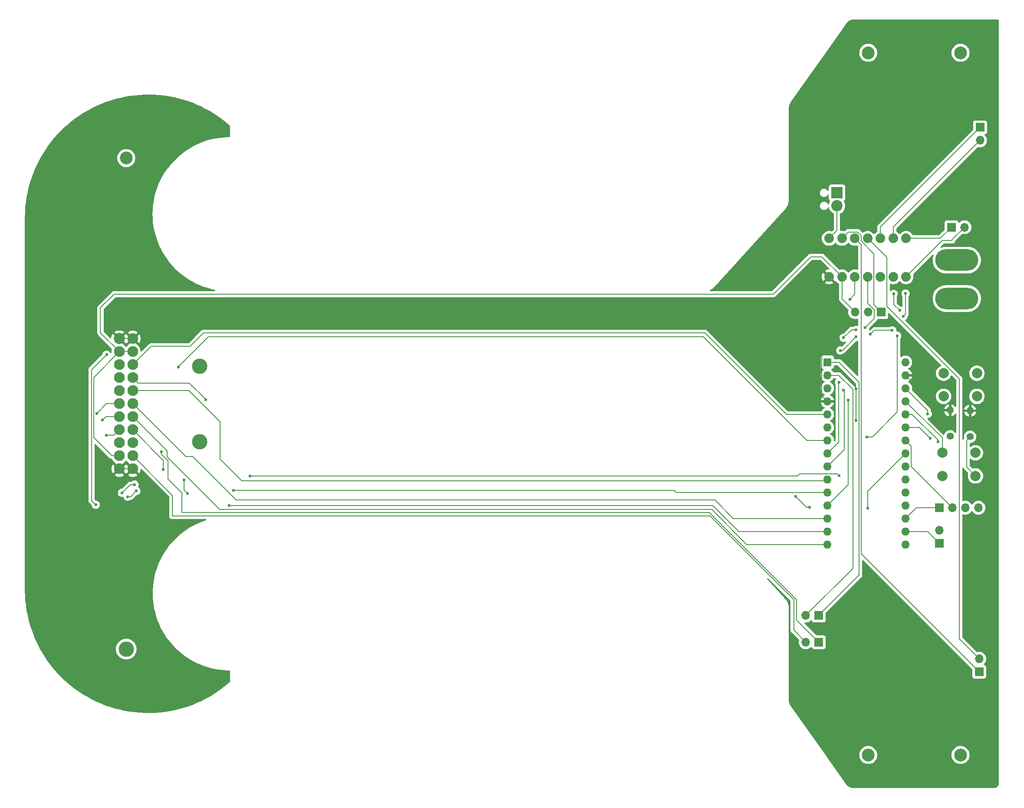
<source format=gbr>
%TF.GenerationSoftware,KiCad,Pcbnew,8.0.0*%
%TF.CreationDate,2024-03-17T01:00:07+02:00*%
%TF.ProjectId,FollowTheLine,466f6c6c-6f77-4546-9865-4c696e652e6b,rev?*%
%TF.SameCoordinates,Original*%
%TF.FileFunction,Copper,L1,Top*%
%TF.FilePolarity,Positive*%
%FSLAX46Y46*%
G04 Gerber Fmt 4.6, Leading zero omitted, Abs format (unit mm)*
G04 Created by KiCad (PCBNEW 8.0.0) date 2024-03-17 01:00:07*
%MOMM*%
%LPD*%
G01*
G04 APERTURE LIST*
%TA.AperFunction,WasherPad*%
%ADD10C,3.000000*%
%TD*%
%TA.AperFunction,WasherPad*%
%ADD11C,2.500000*%
%TD*%
%TA.AperFunction,ComponentPad*%
%ADD12C,2.100000*%
%TD*%
%TA.AperFunction,ComponentPad*%
%ADD13C,2.184400*%
%TD*%
%TA.AperFunction,ComponentPad*%
%ADD14R,2.200000X2.200000*%
%TD*%
%TA.AperFunction,ComponentPad*%
%ADD15C,2.200000*%
%TD*%
%TA.AperFunction,ComponentPad*%
%ADD16R,1.700000X1.700000*%
%TD*%
%TA.AperFunction,ComponentPad*%
%ADD17O,1.700000X1.700000*%
%TD*%
%TA.AperFunction,ComponentPad*%
%ADD18C,2.000000*%
%TD*%
%TA.AperFunction,ComponentPad*%
%ADD19C,1.879600*%
%TD*%
%TA.AperFunction,ComponentPad*%
%ADD20C,1.400000*%
%TD*%
%TA.AperFunction,ComponentPad*%
%ADD21O,1.400000X1.400000*%
%TD*%
%TA.AperFunction,ComponentPad*%
%ADD22R,1.600000X1.600000*%
%TD*%
%TA.AperFunction,ComponentPad*%
%ADD23O,1.600000X1.600000*%
%TD*%
%TA.AperFunction,ComponentPad*%
%ADD24O,8.400000X4.200000*%
%TD*%
%TA.AperFunction,ViaPad*%
%ADD25C,0.600000*%
%TD*%
%TA.AperFunction,Conductor*%
%ADD26C,0.200000*%
%TD*%
G04 APERTURE END LIST*
D10*
%TO.P,U2,*%
%TO.N,*%
X69635000Y-137050000D03*
D11*
X69635000Y-41250000D03*
D12*
%TO.P,U2,EVEN,EVEN*%
%TO.N,/pin13_EVEN*%
X68285000Y-81555000D03*
%TO.P,U2,GND,GND*%
%TO.N,GND*%
X70910000Y-101880000D03*
X68285000Y-101875000D03*
X70910000Y-76480000D03*
D13*
X68285000Y-76475000D03*
D12*
%TO.P,U2,LED1,LED1*%
%TO.N,/QTRX_pin1_out*%
X70910000Y-84100000D03*
%TO.P,U2,LED2,LED2*%
%TO.N,/led2*%
X68285000Y-84095000D03*
%TO.P,U2,LED3,LED3*%
%TO.N,/Led3*%
X70910000Y-86640000D03*
%TO.P,U2,LED4,LED4*%
%TO.N,/Led4*%
X68285000Y-86635000D03*
%TO.P,U2,LED5,LED5*%
%TO.N,/Led5*%
X70910000Y-89180000D03*
%TO.P,U2,LED6,LED6*%
%TO.N,/pin11_led6*%
X68285000Y-89175000D03*
%TO.P,U2,LED7,LED7*%
%TO.N,/pin12_led7*%
X70910000Y-91720000D03*
%TO.P,U2,LED8,LED8*%
%TO.N,/Led8*%
X68285000Y-91715000D03*
%TO.P,U2,LED9,LED9*%
%TO.N,/Led9*%
X70910000Y-94260000D03*
%TO.P,U2,LED10,LED10*%
%TO.N,/led10*%
X68285000Y-94255000D03*
%TO.P,U2,LED11,LED11*%
%TO.N,/Led11*%
X70910000Y-96800000D03*
%TO.P,U2,LED12,LED12*%
%TO.N,/Led12*%
X68285000Y-96795000D03*
%TO.P,U2,LED13,LED13*%
%TO.N,/QTRX_pin13_out*%
X70910000Y-99340000D03*
%TO.P,U2,ODD,ODD*%
%TO.N,/ODD*%
X70910000Y-81560000D03*
%TO.P,U2,VCC,VCC*%
%TO.N,VCC*%
X68285000Y-99335000D03*
X70910000Y-79020000D03*
X68285000Y-79015000D03*
%TD*%
D14*
%TO.P,J4,1,Pin_1*%
%TO.N,Net-(J4-Pin_1)*%
X208275000Y-48010000D03*
D15*
%TO.P,J4,2,Pin_2*%
%TO.N,GND2*%
X208275000Y-50550000D03*
%TD*%
D11*
%TO.P,,*%
%TO.N,*%
X232360000Y-157700000D03*
%TD*%
%TO.P,,*%
%TO.N,*%
X232360000Y-20700000D03*
%TD*%
D16*
%TO.P,J1,1,Pin_1*%
%TO.N,Net-(J1-Pin_1)*%
X236150000Y-35250000D03*
D17*
%TO.P,J1,2,Pin_2*%
%TO.N,Net-(J1-Pin_2)*%
X236150000Y-37790000D03*
%TD*%
D18*
%TO.P,A7,1,1*%
%TO.N,/HighVolt_out*%
X228775000Y-98750000D03*
X235275000Y-98750000D03*
%TO.P,A7,2,2*%
%TO.N,/A7*%
X228775000Y-103250000D03*
X235275000Y-103250000D03*
%TD*%
D16*
%TO.P,J18,1,Pin_1*%
%TO.N,/QTRX_pin1_out*%
X204725000Y-135725000D03*
D17*
%TO.P,J18,2,Pin_2*%
%TO.N,/QTRX_pin13_out*%
X202185000Y-135725000D03*
%TD*%
D16*
%TO.P,U3,1,IN*%
%TO.N,+12V*%
X216900000Y-71300000D03*
D17*
%TO.P,U3,2,GND*%
%TO.N,GND2*%
X214360000Y-71300000D03*
%TO.P,U3,3,OUT*%
%TO.N,VCC*%
X211820000Y-71300000D03*
%TD*%
D19*
%TO.P,MotorDriver1,AENBL,AENBL*%
%TO.N,/MotorAenb*%
X216730000Y-64410000D03*
%TO.P,MotorDriver1,APHASE,APHASE*%
%TO.N,/MotorAinput*%
X219230000Y-64410000D03*
%TO.P,MotorDriver1,Aout1,Aout1*%
%TO.N,Net-(J1-Pin_2)*%
X219230000Y-56910000D03*
%TO.P,MotorDriver1,Aout2,Aout2*%
%TO.N,Net-(J1-Pin_1)*%
X216730000Y-56910000D03*
%TO.P,MotorDriver1,BENBL,BENBL*%
%TO.N,/MotorBenb*%
X211730000Y-64410000D03*
%TO.P,MotorDriver1,BPHASE,BPHASE*%
%TO.N,/MotorBinput*%
X214230000Y-64410000D03*
%TO.P,MotorDriver1,Bout1,Bout1*%
%TO.N,Net-(J2-Pin_2)*%
X214230000Y-56910000D03*
%TO.P,MotorDriver1,Bout2,Bout2*%
%TO.N,Net-(J2-Pin_1)*%
X211730000Y-56910000D03*
%TO.P,MotorDriver1,GND,GND*%
%TO.N,GND*%
X206730000Y-64410000D03*
%TO.P,MotorDriver1,GND_HigtVolt,GND_HigtVolt*%
%TO.N,GND2*%
X206730000Y-56910000D03*
%TO.P,MotorDriver1,MODE,MODE*%
%TO.N,Net-(J3-Pin_2)*%
X221730000Y-64410000D03*
%TO.P,MotorDriver1,VCC,VCC*%
%TO.N,VCC*%
X209230000Y-64410000D03*
%TO.P,MotorDriver1,VCC_HightVolt,VCC_HightVolt*%
%TO.N,+12V*%
X209230000Y-56910000D03*
%TO.P,MotorDriver1,VMM,VMM*%
%TO.N,Net-(J3-Pin_1)*%
X221730000Y-56910000D03*
%TD*%
D16*
%TO.P,J3,1,Pin_1*%
%TO.N,Net-(J3-Pin_1)*%
X230585000Y-54725000D03*
D17*
%TO.P,J3,2,Pin_2*%
%TO.N,Net-(J3-Pin_2)*%
X233125000Y-54725000D03*
%TD*%
D20*
%TO.P,R1,1*%
%TO.N,/A7*%
X234225000Y-95615000D03*
D21*
%TO.P,R1,2*%
%TO.N,GND*%
X234225000Y-90535000D03*
%TD*%
D16*
%TO.P,J5,1,Pin_1*%
%TO.N,/pin1_qtrx_in (TX)*%
X204690000Y-130500000D03*
D17*
%TO.P,J5,2,Pin_2*%
%TO.N,/pin13_qtrx_in (RX)*%
X202150000Y-130500000D03*
%TD*%
D10*
%TO.P,,*%
%TO.N,*%
X83960000Y-96575000D03*
%TD*%
D11*
%TO.P,,*%
%TO.N,*%
X214360000Y-157700000D03*
%TD*%
D22*
%TO.P,A1,1,TX1*%
%TO.N,/pin1_qtrx_in (TX)*%
X206385000Y-81075000D03*
D23*
%TO.P,A1,2,RX1*%
%TO.N,/pin13_qtrx_in (RX)*%
X206385000Y-83615000D03*
%TO.P,A1,3,~{RESET}*%
%TO.N,/RESET1*%
X206385000Y-86155000D03*
%TO.P,A1,4,GND*%
%TO.N,GND*%
X206385000Y-88695000D03*
%TO.P,A1,5,D2*%
%TO.N,/ODD*%
X206385000Y-91235000D03*
%TO.P,A1,6,D3*%
%TO.N,/MotorAinput*%
X206385000Y-93775000D03*
%TO.P,A1,7,D4*%
%TO.N,/led2*%
X206385000Y-96315000D03*
%TO.P,A1,8,D5*%
%TO.N,/MotorAenb*%
X206385000Y-98855000D03*
%TO.P,A1,9,D6*%
%TO.N,/MotorBinput*%
X206385000Y-101395000D03*
%TO.P,A1,10,D7*%
%TO.N,/Led3*%
X206385000Y-103935000D03*
%TO.P,A1,11,D8*%
%TO.N,/Led4*%
X206385000Y-106475000D03*
%TO.P,A1,12,D9*%
%TO.N,/MotorBenb*%
X206385000Y-109015000D03*
%TO.P,A1,13,D10*%
%TO.N,/Led5*%
X206385000Y-111555000D03*
%TO.P,A1,14,MOSI*%
%TO.N,/pin11_led6*%
X206385000Y-114095000D03*
%TO.P,A1,15,MISO*%
%TO.N,/pin12_led7*%
X206385000Y-116635000D03*
%TO.P,A1,16,SCK*%
%TO.N,/pin13_EVEN*%
X221625000Y-116635000D03*
%TO.P,A1,17,3V3*%
%TO.N,/3V3_out*%
X221625000Y-114095000D03*
%TO.P,A1,18,AREF*%
%TO.N,/ref*%
X221625000Y-111555000D03*
%TO.P,A1,19,A0*%
%TO.N,/Led8*%
X221625000Y-109015000D03*
%TO.P,A1,20,A1*%
%TO.N,/Led9*%
X221625000Y-106475000D03*
%TO.P,A1,21,A2*%
%TO.N,/led10*%
X221625000Y-103935000D03*
%TO.P,A1,22,A3*%
%TO.N,/Led11*%
X221625000Y-101395000D03*
%TO.P,A1,23,SDA/A4*%
%TO.N,/Led12*%
X221625000Y-98855000D03*
%TO.P,A1,24,SCL/A5*%
%TO.N,/A5*%
X221625000Y-96315000D03*
%TO.P,A1,25,A6*%
%TO.N,/A6*%
X221625000Y-93775000D03*
%TO.P,A1,26,A7*%
%TO.N,/A7*%
X221625000Y-91235000D03*
%TO.P,A1,27,+5V*%
%TO.N,/HighVolt_out*%
X221625000Y-88695000D03*
%TO.P,A1,28,~{RESET}*%
%TO.N,/RESET2*%
X221625000Y-86155000D03*
%TO.P,A1,29,GND*%
%TO.N,GND*%
X221625000Y-83615000D03*
%TO.P,A1,30,VIN*%
%TO.N,VCC*%
X221625000Y-81075000D03*
%TD*%
D16*
%TO.P,J6,1,Pin_1*%
%TO.N,/3V3_out*%
X228250000Y-116415000D03*
D17*
%TO.P,J6,2,Pin_2*%
%TO.N,/HighVolt_out*%
X228250000Y-113875000D03*
%TD*%
D18*
%TO.P,A6,1,1*%
%TO.N,/HighVolt_out*%
X229050000Y-83225000D03*
X235550000Y-83225000D03*
%TO.P,A6,2,2*%
%TO.N,/A6*%
X229050000Y-87725000D03*
X235550000Y-87725000D03*
%TD*%
D16*
%TO.P,J9,1,Pin_1*%
%TO.N,/ref*%
X228210000Y-109450000D03*
D17*
%TO.P,J9,2,Pin_2*%
%TO.N,/A5*%
X230750000Y-109450000D03*
%TO.P,J9,3,Pin_3*%
%TO.N,/RESET1*%
X233290000Y-109450000D03*
%TO.P,J9,4,Pin_4*%
%TO.N,/RESET2*%
X235830000Y-109450000D03*
%TD*%
D16*
%TO.P,J2,1,Pin_1*%
%TO.N,Net-(J2-Pin_1)*%
X236000000Y-141475000D03*
D17*
%TO.P,J2,2,Pin_2*%
%TO.N,Net-(J2-Pin_2)*%
X236000000Y-138935000D03*
%TD*%
D20*
%TO.P,R2,1*%
%TO.N,/A6*%
X230325000Y-95515000D03*
D21*
%TO.P,R2,2*%
%TO.N,GND*%
X230325000Y-90435000D03*
%TD*%
D11*
%TO.P,,*%
%TO.N,*%
X214360000Y-20700000D03*
%TD*%
D10*
%TO.P,,*%
%TO.N,*%
X83960000Y-81875000D03*
%TD*%
D24*
%TO.P,S1,1*%
%TO.N,Net-(J4-Pin_1)*%
X231625000Y-61150000D03*
%TO.P,S1,2*%
%TO.N,+12V*%
X231625000Y-68650000D03*
%TD*%
D25*
%TO.N,/MotorBenb*%
X210475000Y-88475000D03*
X210750000Y-68825000D03*
%TO.N,/pin13_EVEN*%
X65800000Y-79600000D03*
X63700000Y-108875000D03*
%TO.N,/MotorAenb*%
X219025000Y-74850000D03*
X211975000Y-76125000D03*
X219325000Y-67750000D03*
X220525000Y-70975000D03*
X208650000Y-84975000D03*
X214775000Y-75625000D03*
X208900000Y-78775000D03*
%TO.N,/Led4*%
X68800000Y-106550000D03*
X71250000Y-104950000D03*
X90525000Y-106050000D03*
%TO.N,GND*%
X211950000Y-92475000D03*
X66000000Y-73275000D03*
X211950000Y-86250000D03*
X64250000Y-107475000D03*
%TO.N,/Led8*%
X64950000Y-92400000D03*
%TO.N,/led10*%
X81550000Y-106675000D03*
X71600000Y-106200000D03*
X208650000Y-103200000D03*
X65725000Y-95325000D03*
X80875000Y-104075000D03*
X93800000Y-103275000D03*
X69925000Y-107315000D03*
%TO.N,/led2*%
X79775000Y-82000000D03*
%TO.N,/Led12*%
X202925000Y-109375000D03*
X214275000Y-109525000D03*
X200225000Y-107300000D03*
%TO.N,/MotorAinput*%
X221200000Y-72125000D03*
X221625000Y-67675000D03*
X214125000Y-95625000D03*
X220000000Y-75900000D03*
%TO.N,/A7*%
X228000000Y-96600000D03*
%TO.N,/RESET2*%
X225975000Y-91150000D03*
%TO.N,/MotorBinput*%
X213750000Y-74325000D03*
X209550000Y-76300000D03*
X211975000Y-74775000D03*
X209550000Y-86525000D03*
%TO.N,/Led9*%
X76850000Y-101975000D03*
%TO.N,/pin11_led6*%
X89750000Y-109000000D03*
X63850000Y-91075000D03*
%TO.N,/A6*%
X226425000Y-95900000D03*
%TO.N,/QTRX_pin1_out*%
X76475000Y-98525000D03*
X85125000Y-88350000D03*
%TD*%
D26*
%TO.N,/MotorBenb*%
X210450000Y-104950000D02*
X210475000Y-88475000D01*
X206385000Y-109015000D02*
X210450000Y-104950000D01*
X211730000Y-67845000D02*
X210750000Y-68825000D01*
X211730000Y-64410000D02*
X211730000Y-67845000D01*
X210475000Y-88475000D02*
X210450000Y-88525000D01*
%TO.N,/pin13_qtrx_in (RX)*%
X211350000Y-121300000D02*
X211350000Y-86375000D01*
X211350000Y-86375000D02*
X208590000Y-83615000D01*
X208590000Y-83615000D02*
X206385000Y-83615000D01*
X202150000Y-130500000D02*
X211350000Y-121300000D01*
%TO.N,/pin13_EVEN*%
X65800000Y-79600000D02*
X62850000Y-82550000D01*
X63650000Y-108875000D02*
X63700000Y-108875000D01*
X63700000Y-108925000D02*
X63650000Y-108875000D01*
X62850000Y-82550000D02*
X62850000Y-108075000D01*
X62850000Y-108075000D02*
X63650000Y-108875000D01*
X63700000Y-108875000D02*
X63700000Y-108925000D01*
%TO.N,/Led3*%
X87925000Y-92725000D02*
X87925000Y-99975000D01*
X206095000Y-104225000D02*
X206385000Y-103935000D01*
X87925000Y-99975000D02*
X92175000Y-104225000D01*
X92175000Y-104225000D02*
X206095000Y-104225000D01*
X81840000Y-86640000D02*
X87925000Y-92725000D01*
X70910000Y-86640000D02*
X81840000Y-86640000D01*
%TO.N,/MotorAenb*%
X220525000Y-71000000D02*
X220525000Y-71000000D01*
X208575000Y-96665000D02*
X206385000Y-98855000D01*
X208900000Y-78775000D02*
X209325000Y-78775000D01*
X209325000Y-78775000D02*
X211975000Y-76125000D01*
X208575000Y-85050000D02*
X208575000Y-85200000D01*
X208650000Y-84975000D02*
X208575000Y-85050000D01*
X208575000Y-85050000D02*
X208575000Y-96665000D01*
X211975000Y-76125000D02*
X211950000Y-76150000D01*
X220525000Y-70975000D02*
X220525000Y-71000000D01*
X214775000Y-75625000D02*
X215550000Y-74850000D01*
X219325000Y-67750000D02*
X219325000Y-69800000D01*
X220500000Y-70975000D02*
X220525000Y-70975000D01*
X215550000Y-74850000D02*
X219025000Y-74850000D01*
X219325000Y-69800000D02*
X220500000Y-70975000D01*
%TO.N,/ODD*%
X182500000Y-75325000D02*
X84725000Y-75325000D01*
X206385000Y-91235000D02*
X198410000Y-91235000D01*
X70910000Y-81560000D02*
X74470000Y-78000000D01*
X198410000Y-91235000D02*
X182500000Y-75325000D01*
X84725000Y-75325000D02*
X82050000Y-78000000D01*
X74470000Y-78000000D02*
X82050000Y-78000000D01*
%TO.N,/Led4*%
X206385000Y-106475000D02*
X176925000Y-106475000D01*
X176500000Y-106050000D02*
X90525000Y-106050000D01*
X90525000Y-106050000D02*
X90625000Y-106050000D01*
X68800000Y-106550000D02*
X70400000Y-104950000D01*
X70400000Y-104950000D02*
X71250000Y-104950000D01*
X176925000Y-106475000D02*
X176500000Y-106050000D01*
%TO.N,GND*%
X70905000Y-101875000D02*
X70910000Y-101880000D01*
X211950000Y-92475000D02*
X211950000Y-92450000D01*
X70910000Y-76480000D02*
X68290000Y-76480000D01*
X205285000Y-87595000D02*
X206385000Y-88695000D01*
X73715000Y-73675000D02*
X70910000Y-76480000D01*
X197450000Y-73675000D02*
X73715000Y-73675000D01*
X65290000Y-107500000D02*
X64250000Y-107475000D01*
X205285000Y-65855000D02*
X205285000Y-87595000D01*
X66000000Y-73275000D02*
X66000000Y-74190000D01*
X70910000Y-101880000D02*
X65290000Y-107500000D01*
X205270000Y-65855000D02*
X197450000Y-73675000D01*
X64250000Y-107475000D02*
X64250000Y-107500000D01*
X68285000Y-101875000D02*
X70905000Y-101875000D01*
X205285000Y-65855000D02*
X205270000Y-65855000D01*
X211950000Y-86250000D02*
X211950000Y-92475000D01*
X228445000Y-90435000D02*
X230325000Y-90435000D01*
X68290000Y-76480000D02*
X68285000Y-76475000D01*
X221625000Y-83615000D02*
X228445000Y-90435000D01*
X66000000Y-74190000D02*
X68285000Y-76475000D01*
X206730000Y-64410000D02*
X205285000Y-65855000D01*
%TO.N,/Led8*%
X64950000Y-92400000D02*
X65635000Y-91715000D01*
X65635000Y-91715000D02*
X68285000Y-91715000D01*
%TO.N,/led10*%
X68285000Y-94255000D02*
X67190000Y-95350000D01*
X81550000Y-106650000D02*
X81550000Y-106675000D01*
X81575000Y-106675000D02*
X81525000Y-106625000D01*
X80875000Y-104075000D02*
X80875000Y-105975000D01*
X208650000Y-103200000D02*
X208285000Y-102835000D01*
X69925000Y-107315000D02*
X70485000Y-107315000D01*
X65800000Y-95350000D02*
X65725000Y-95325000D01*
X80875000Y-105975000D02*
X81550000Y-106650000D01*
X208285000Y-102835000D02*
X200965000Y-102835000D01*
X67190000Y-95350000D02*
X65800000Y-95350000D01*
X70485000Y-107315000D02*
X71600000Y-106200000D01*
X81550000Y-106675000D02*
X81575000Y-106675000D01*
X65750000Y-95350000D02*
X65775000Y-95350000D01*
X200525000Y-103275000D02*
X93800000Y-103275000D01*
X93800000Y-103275000D02*
X93850000Y-103275000D01*
X200965000Y-102835000D02*
X200525000Y-103275000D01*
X65725000Y-95325000D02*
X65750000Y-95350000D01*
%TO.N,/3V3_out*%
X225930000Y-114095000D02*
X228250000Y-116415000D01*
X221625000Y-114095000D02*
X225930000Y-114095000D01*
%TO.N,/pin1_qtrx_in (TX)*%
X212590200Y-85015200D02*
X208650000Y-81075000D01*
X204690000Y-130500000D02*
X212590200Y-122599800D01*
X212590200Y-122599800D02*
X212590200Y-85015200D01*
X208650000Y-81075000D02*
X206385000Y-81075000D01*
%TO.N,/led2*%
X79775000Y-82000000D02*
X79725000Y-82000000D01*
X79725000Y-82000000D02*
X79761764Y-81963236D01*
X202362349Y-96315000D02*
X182147349Y-76100000D01*
X182147349Y-76100000D02*
X85625000Y-76100000D01*
X206385000Y-96315000D02*
X202362349Y-96315000D01*
X85625000Y-76100000D02*
X79775000Y-81950000D01*
X79775000Y-81950000D02*
X79775000Y-82000000D01*
%TO.N,/Led12*%
X214275000Y-109525000D02*
X214250000Y-109450000D01*
X200225000Y-107300000D02*
X202300000Y-109375000D01*
X214250000Y-106230000D02*
X214275000Y-109525000D01*
X202300000Y-109375000D02*
X202925000Y-109375000D01*
X221625000Y-98855000D02*
X214250000Y-106230000D01*
%TO.N,/HighVolt_out*%
X228775000Y-95845000D02*
X221625000Y-88695000D01*
X228775000Y-98750000D02*
X228775000Y-95845000D01*
%TO.N,/pin12_led7*%
X190660000Y-116635000D02*
X206385000Y-116635000D01*
X183825000Y-109800000D02*
X190660000Y-116635000D01*
X77575000Y-99550000D02*
X87825000Y-109800000D01*
X70910000Y-91720000D02*
X77575000Y-98385000D01*
X87825000Y-109800000D02*
X183825000Y-109800000D01*
X77575000Y-98385000D02*
X77575000Y-99550000D01*
%TO.N,/MotorAinput*%
X221200000Y-72125000D02*
X221175000Y-72125000D01*
X221625000Y-71675000D02*
X221200000Y-72100000D01*
X221200000Y-72100000D02*
X221200000Y-72125000D01*
X221625000Y-67675000D02*
X221625000Y-71675000D01*
X214125000Y-95625000D02*
X215150000Y-95625000D01*
X215150000Y-95625000D02*
X220000000Y-90775000D01*
X221175000Y-72125000D02*
X221250000Y-72050000D01*
X220000000Y-90775000D02*
X220000000Y-75900000D01*
%TO.N,/A5*%
X222725000Y-101425000D02*
X222725000Y-97415000D01*
X230750000Y-109450000D02*
X222725000Y-101425000D01*
X222725000Y-97415000D02*
X221625000Y-96315000D01*
%TO.N,/A7*%
X228000000Y-96600000D02*
X228025000Y-96525000D01*
X222925686Y-91235000D02*
X228025000Y-96334314D01*
X234225000Y-95615000D02*
X233525000Y-96315000D01*
X233525000Y-101500000D02*
X235275000Y-103250000D01*
X228025000Y-96334314D02*
X228000000Y-96600000D01*
X221625000Y-91235000D02*
X222925686Y-91235000D01*
X233525000Y-96315000D02*
X233525000Y-101500000D01*
%TO.N,/RESET2*%
X221625000Y-86155000D02*
X225950000Y-90480000D01*
X225975000Y-91150000D02*
X225950000Y-91100000D01*
X225950000Y-90480000D02*
X225975000Y-91150000D01*
%TO.N,/MotorBinput*%
X215550000Y-70863654D02*
X214230000Y-69543654D01*
X213750000Y-74325000D02*
X215550000Y-72525000D01*
X209550000Y-86525000D02*
X209750000Y-86525000D01*
X215550000Y-72525000D02*
X215550000Y-70863654D01*
X209550000Y-76300000D02*
X211100000Y-74750000D01*
X209700000Y-98080000D02*
X209700000Y-86675000D01*
X211975000Y-74775000D02*
X211950000Y-74750000D01*
X211100000Y-74750000D02*
X211975000Y-74775000D01*
X209550000Y-86525000D02*
X209550000Y-86650000D01*
X214230000Y-69543654D02*
X214230000Y-64410000D01*
X209700000Y-86675000D02*
X209550000Y-86525000D01*
X206385000Y-101395000D02*
X209700000Y-98080000D01*
%TO.N,/Led9*%
X76850000Y-101975000D02*
X76850000Y-100200000D01*
X76850000Y-100200000D02*
X70910000Y-94260000D01*
%TO.N,/pin11_led6*%
X189120000Y-114095000D02*
X184050000Y-109025000D01*
X206385000Y-114095000D02*
X189120000Y-114095000D01*
X68285000Y-89175000D02*
X65750000Y-89175000D01*
X89875000Y-109025000D02*
X89750000Y-109000000D01*
X184050000Y-109025000D02*
X89875000Y-109025000D01*
X89750000Y-109000000D02*
X89825000Y-109025000D01*
X89825000Y-109025000D02*
X89850000Y-109025000D01*
X65750000Y-89175000D02*
X63850000Y-91075000D01*
%TO.N,/ref*%
X223730000Y-109450000D02*
X221625000Y-111555000D01*
X228210000Y-109450000D02*
X223730000Y-109450000D01*
%TO.N,/Led5*%
X184425000Y-107950000D02*
X91100000Y-107950000D01*
X188030000Y-111555000D02*
X184425000Y-107950000D01*
X70910000Y-89180000D02*
X81205000Y-99475000D01*
X81205000Y-99475000D02*
X82625000Y-99475000D01*
X91100000Y-107950000D02*
X82625000Y-99475000D01*
X206385000Y-111555000D02*
X188030000Y-111555000D01*
%TO.N,/A6*%
X224300000Y-93775000D02*
X226425000Y-95900000D01*
X221625000Y-93775000D02*
X224300000Y-93775000D01*
X226425000Y-95900000D02*
X226350000Y-95825000D01*
%TO.N,VCC*%
X209230000Y-68710000D02*
X211820000Y-71300000D01*
X195850000Y-67775000D02*
X203125000Y-60500000D01*
X66810000Y-99335000D02*
X68285000Y-99335000D01*
X63250000Y-84050000D02*
X63250000Y-95775000D01*
X203125000Y-60500000D02*
X205320000Y-60500000D01*
X64600000Y-70450000D02*
X67275000Y-67775000D01*
X70905000Y-79015000D02*
X70910000Y-79020000D01*
X68285000Y-79015000D02*
X63250000Y-84050000D01*
X205320000Y-60500000D02*
X209230000Y-64410000D01*
X63250000Y-95775000D02*
X66810000Y-99335000D01*
X209230000Y-64410000D02*
X209230000Y-68710000D01*
X64600000Y-75330000D02*
X64600000Y-70450000D01*
X68285000Y-79015000D02*
X70905000Y-79015000D01*
X68285000Y-79015000D02*
X64600000Y-75330000D01*
X67275000Y-67775000D02*
X195850000Y-67775000D01*
%TO.N,GND2*%
X208275000Y-50550000D02*
X208275000Y-55365000D01*
X208275000Y-55365000D02*
X206730000Y-56910000D01*
%TO.N,/QTRX_pin1_out*%
X85150000Y-88350000D02*
X85100000Y-88300000D01*
X77750000Y-100290686D02*
X76475000Y-99015686D01*
X200400000Y-131400000D02*
X200400000Y-127380185D01*
X85125000Y-88350000D02*
X85150000Y-88350000D01*
X204725000Y-135725000D02*
X200400000Y-131400000D01*
X200400000Y-127380185D02*
X183369815Y-110350000D01*
X70910000Y-84100000D02*
X71960000Y-85150000D01*
X80450000Y-110350000D02*
X80450000Y-106600000D01*
X85125000Y-88325000D02*
X85125000Y-88350000D01*
X183369815Y-110350000D02*
X80450000Y-110350000D01*
X76475000Y-99015686D02*
X76475000Y-98525000D01*
X71960000Y-85150000D02*
X81950000Y-85150000D01*
X81950000Y-85150000D02*
X85125000Y-88325000D01*
X77750000Y-103900000D02*
X77750000Y-100290686D01*
X80450000Y-106600000D02*
X77750000Y-103900000D01*
%TO.N,/QTRX_pin13_out*%
X78625998Y-111074002D02*
X78625998Y-107055998D01*
X199825000Y-127370871D02*
X183528131Y-111074002D01*
X202185000Y-135725000D02*
X199825000Y-133365000D01*
X199825000Y-133365000D02*
X199825000Y-127370871D01*
X183528131Y-111074002D02*
X78625998Y-111074002D01*
X78625998Y-107055998D02*
X70910000Y-99340000D01*
%TO.N,+12V*%
X215469800Y-69869800D02*
X216900000Y-71300000D01*
X215469800Y-59923542D02*
X215469800Y-69869800D01*
X209230000Y-56910000D02*
X210469800Y-55670200D01*
X210469800Y-55670200D02*
X212243542Y-55670200D01*
X212243542Y-55670200D02*
X212969800Y-56396458D01*
X212969800Y-56396458D02*
X212969800Y-57423542D01*
X212969800Y-57423542D02*
X215469800Y-59923542D01*
%TO.N,Net-(J1-Pin_2)*%
X219230000Y-54710000D02*
X236150000Y-37790000D01*
X219230000Y-56910000D02*
X219230000Y-54710000D01*
%TO.N,Net-(J1-Pin_1)*%
X216730000Y-56910000D02*
X216730000Y-54670000D01*
X216730000Y-54670000D02*
X236150000Y-35250000D01*
%TO.N,Net-(J2-Pin_1)*%
X212990200Y-118465200D02*
X212990200Y-58170200D01*
X236000000Y-141475000D02*
X212990200Y-118465200D01*
X212990200Y-58170200D02*
X211730000Y-56910000D01*
%TO.N,Net-(J2-Pin_2)*%
X232125000Y-135060000D02*
X236000000Y-138935000D01*
X232125000Y-84305200D02*
X232125000Y-135060000D01*
X214230000Y-56910000D02*
X217969800Y-60649800D01*
X217969800Y-60649800D02*
X217969800Y-70150000D01*
X217969800Y-70150000D02*
X232125000Y-84305200D01*
%TO.N,Net-(J3-Pin_2)*%
X230700000Y-57150000D02*
X233125000Y-54725000D01*
X228815000Y-57325000D02*
X230700000Y-57325000D01*
X230700000Y-57325000D02*
X230700000Y-57150000D01*
X221730000Y-64410000D02*
X228815000Y-57325000D01*
%TO.N,Net-(J3-Pin_1)*%
X228400000Y-56910000D02*
X230585000Y-54725000D01*
X221730000Y-56910000D02*
X228400000Y-56910000D01*
%TD*%
%TA.AperFunction,Conductor*%
%TO.N,GND*%
G36*
X239619633Y-14202025D02*
G01*
X239667710Y-14209640D01*
X239704595Y-14221625D01*
X239739156Y-14239235D01*
X239770538Y-14262036D01*
X239797963Y-14289461D01*
X239820765Y-14320845D01*
X239836427Y-14351583D01*
X239838372Y-14355399D01*
X239850360Y-14392293D01*
X239857973Y-14440362D01*
X239859499Y-14459757D01*
X239853131Y-163023314D01*
X239853129Y-163023348D01*
X239853129Y-163088206D01*
X239852657Y-163099014D01*
X239837367Y-163273742D01*
X239833614Y-163295023D01*
X239789623Y-163459194D01*
X239782232Y-163479499D01*
X239710400Y-163633538D01*
X239699594Y-163652256D01*
X239602106Y-163791482D01*
X239588212Y-163808039D01*
X239468039Y-163928212D01*
X239451482Y-163942106D01*
X239312256Y-164039594D01*
X239293538Y-164050400D01*
X239139499Y-164122232D01*
X239119194Y-164129623D01*
X238955023Y-164173614D01*
X238933742Y-164177367D01*
X238759014Y-164192657D01*
X238748206Y-164193129D01*
X238681632Y-164193129D01*
X238681584Y-164193132D01*
X211413832Y-164194464D01*
X211394792Y-164192994D01*
X211203742Y-164163316D01*
X211190307Y-164160459D01*
X211076679Y-164129626D01*
X210985783Y-164104961D01*
X210972744Y-164100634D01*
X210775627Y-164022855D01*
X210763144Y-164017112D01*
X210575827Y-163917993D01*
X210564058Y-163910904D01*
X210388868Y-163791679D01*
X210377954Y-163783331D01*
X210251635Y-163675103D01*
X210231137Y-163652627D01*
X206553051Y-158461643D01*
X206013390Y-157700004D01*
X212604592Y-157700004D01*
X212624196Y-157961620D01*
X212624197Y-157961625D01*
X212682576Y-158217402D01*
X212682578Y-158217411D01*
X212682580Y-158217416D01*
X212778432Y-158461643D01*
X212909614Y-158688857D01*
X213041736Y-158854533D01*
X213073198Y-158893985D01*
X213254753Y-159062441D01*
X213265521Y-159072433D01*
X213482296Y-159220228D01*
X213482301Y-159220230D01*
X213482302Y-159220231D01*
X213482303Y-159220232D01*
X213607843Y-159280688D01*
X213718673Y-159334061D01*
X213718674Y-159334061D01*
X213718677Y-159334063D01*
X213969385Y-159411396D01*
X214228818Y-159450500D01*
X214491182Y-159450500D01*
X214750615Y-159411396D01*
X215001323Y-159334063D01*
X215237704Y-159220228D01*
X215454479Y-159072433D01*
X215646805Y-158893981D01*
X215810386Y-158688857D01*
X215941568Y-158461643D01*
X216037420Y-158217416D01*
X216095802Y-157961630D01*
X216115408Y-157700004D01*
X230604592Y-157700004D01*
X230624196Y-157961620D01*
X230624197Y-157961625D01*
X230682576Y-158217402D01*
X230682578Y-158217411D01*
X230682580Y-158217416D01*
X230778432Y-158461643D01*
X230909614Y-158688857D01*
X231041736Y-158854533D01*
X231073198Y-158893985D01*
X231254753Y-159062441D01*
X231265521Y-159072433D01*
X231482296Y-159220228D01*
X231482301Y-159220230D01*
X231482302Y-159220231D01*
X231482303Y-159220232D01*
X231607843Y-159280688D01*
X231718673Y-159334061D01*
X231718674Y-159334061D01*
X231718677Y-159334063D01*
X231969385Y-159411396D01*
X232228818Y-159450500D01*
X232491182Y-159450500D01*
X232750615Y-159411396D01*
X233001323Y-159334063D01*
X233237704Y-159220228D01*
X233454479Y-159072433D01*
X233646805Y-158893981D01*
X233810386Y-158688857D01*
X233941568Y-158461643D01*
X234037420Y-158217416D01*
X234095802Y-157961630D01*
X234115408Y-157700000D01*
X234095802Y-157438370D01*
X234037420Y-157182584D01*
X233941568Y-156938357D01*
X233810386Y-156711143D01*
X233646805Y-156506019D01*
X233646804Y-156506018D01*
X233646801Y-156506014D01*
X233454479Y-156327567D01*
X233237704Y-156179772D01*
X233237700Y-156179770D01*
X233237697Y-156179768D01*
X233237696Y-156179767D01*
X233001325Y-156065938D01*
X233001327Y-156065938D01*
X232750623Y-155988606D01*
X232750619Y-155988605D01*
X232750615Y-155988604D01*
X232625823Y-155969794D01*
X232491187Y-155949500D01*
X232491182Y-155949500D01*
X232228818Y-155949500D01*
X232228812Y-155949500D01*
X232067247Y-155973853D01*
X231969385Y-155988604D01*
X231969382Y-155988605D01*
X231969376Y-155988606D01*
X231718673Y-156065938D01*
X231482303Y-156179767D01*
X231482302Y-156179768D01*
X231265520Y-156327567D01*
X231073198Y-156506014D01*
X230909614Y-156711143D01*
X230778432Y-156938356D01*
X230682582Y-157182578D01*
X230682576Y-157182597D01*
X230624197Y-157438374D01*
X230624196Y-157438379D01*
X230604592Y-157699995D01*
X230604592Y-157700004D01*
X216115408Y-157700004D01*
X216115408Y-157700000D01*
X216095802Y-157438370D01*
X216037420Y-157182584D01*
X215941568Y-156938357D01*
X215810386Y-156711143D01*
X215646805Y-156506019D01*
X215646804Y-156506018D01*
X215646801Y-156506014D01*
X215454479Y-156327567D01*
X215237704Y-156179772D01*
X215237700Y-156179770D01*
X215237697Y-156179768D01*
X215237696Y-156179767D01*
X215001325Y-156065938D01*
X215001327Y-156065938D01*
X214750623Y-155988606D01*
X214750619Y-155988605D01*
X214750615Y-155988604D01*
X214625823Y-155969794D01*
X214491187Y-155949500D01*
X214491182Y-155949500D01*
X214228818Y-155949500D01*
X214228812Y-155949500D01*
X214067247Y-155973853D01*
X213969385Y-155988604D01*
X213969382Y-155988605D01*
X213969376Y-155988606D01*
X213718673Y-156065938D01*
X213482303Y-156179767D01*
X213482302Y-156179768D01*
X213265520Y-156327567D01*
X213073198Y-156506014D01*
X212909614Y-156711143D01*
X212778432Y-156938356D01*
X212682582Y-157182578D01*
X212682576Y-157182597D01*
X212624197Y-157438374D01*
X212624196Y-157438379D01*
X212604592Y-157699995D01*
X212604592Y-157700004D01*
X206013390Y-157700004D01*
X199351037Y-148297244D01*
X199338807Y-148275700D01*
X199337518Y-148272784D01*
X199308244Y-148236444D01*
X199303646Y-148230359D01*
X199276702Y-148192332D01*
X199276700Y-148192329D01*
X199276698Y-148192327D01*
X199276695Y-148192324D01*
X199276101Y-148191684D01*
X199266194Y-148179532D01*
X199252747Y-148160726D01*
X199164389Y-148037158D01*
X199156805Y-148025152D01*
X199050428Y-147833196D01*
X199044261Y-147820387D01*
X198986007Y-147679202D01*
X198960554Y-147617514D01*
X198955895Y-147604085D01*
X198895965Y-147392982D01*
X198892872Y-147379105D01*
X198878597Y-147291705D01*
X198857496Y-147162510D01*
X198856014Y-147148372D01*
X198845515Y-146925996D01*
X198845383Y-146918886D01*
X198846022Y-146856164D01*
X198846021Y-146856160D01*
X198846047Y-146853608D01*
X198845469Y-146843970D01*
X198867953Y-129189887D01*
X198867960Y-129188845D01*
X198868024Y-129182679D01*
X198869552Y-129033941D01*
X198839468Y-128722013D01*
X198837453Y-128712200D01*
X198776444Y-128415036D01*
X198681195Y-128116495D01*
X198681194Y-128116491D01*
X198554792Y-127829739D01*
X198398667Y-127558024D01*
X198398665Y-127558021D01*
X198214587Y-127304422D01*
X198214577Y-127304410D01*
X198097309Y-127174479D01*
X198004619Y-127071779D01*
X197912024Y-126988887D01*
X197902897Y-126979821D01*
X194659972Y-123405596D01*
X194629504Y-123342722D01*
X194637866Y-123273354D01*
X194682403Y-123219519D01*
X194748975Y-123198308D01*
X194816447Y-123216457D01*
X194839488Y-123234595D01*
X199188181Y-127583287D01*
X199221666Y-127644610D01*
X199224500Y-127670968D01*
X199224500Y-133278330D01*
X199224499Y-133278348D01*
X199224499Y-133444054D01*
X199224498Y-133444054D01*
X199224499Y-133444057D01*
X199265423Y-133596785D01*
X199265424Y-133596787D01*
X199265423Y-133596787D01*
X199268098Y-133601419D01*
X199268099Y-133601420D01*
X199344477Y-133733712D01*
X199344481Y-133733717D01*
X199463349Y-133852585D01*
X199463355Y-133852590D01*
X200852233Y-135241468D01*
X200885718Y-135302791D01*
X200884327Y-135361241D01*
X200849939Y-135489583D01*
X200849936Y-135489596D01*
X200829341Y-135724999D01*
X200829341Y-135725000D01*
X200849936Y-135960403D01*
X200849938Y-135960413D01*
X200911094Y-136188655D01*
X200911096Y-136188659D01*
X200911097Y-136188663D01*
X200924233Y-136216833D01*
X201010965Y-136402830D01*
X201010967Y-136402834D01*
X201042007Y-136447163D01*
X201146505Y-136596401D01*
X201313599Y-136763495D01*
X201410384Y-136831265D01*
X201507165Y-136899032D01*
X201507167Y-136899033D01*
X201507170Y-136899035D01*
X201721337Y-136998903D01*
X201949592Y-137060063D01*
X202126034Y-137075500D01*
X202184999Y-137080659D01*
X202185000Y-137080659D01*
X202185001Y-137080659D01*
X202243966Y-137075500D01*
X202420408Y-137060063D01*
X202648663Y-136998903D01*
X202862830Y-136899035D01*
X203056401Y-136763495D01*
X203178329Y-136641566D01*
X203239648Y-136608084D01*
X203309340Y-136613068D01*
X203365274Y-136654939D01*
X203382189Y-136685917D01*
X203431202Y-136817328D01*
X203431206Y-136817335D01*
X203517452Y-136932544D01*
X203517455Y-136932547D01*
X203632664Y-137018793D01*
X203632671Y-137018797D01*
X203767517Y-137069091D01*
X203767516Y-137069091D01*
X203774444Y-137069835D01*
X203827127Y-137075500D01*
X205622872Y-137075499D01*
X205682483Y-137069091D01*
X205817331Y-137018796D01*
X205932546Y-136932546D01*
X206018796Y-136817331D01*
X206069091Y-136682483D01*
X206075500Y-136622873D01*
X206075499Y-134827128D01*
X206069091Y-134767517D01*
X206018796Y-134632669D01*
X206018795Y-134632668D01*
X206018793Y-134632664D01*
X205932547Y-134517455D01*
X205932544Y-134517452D01*
X205817335Y-134431206D01*
X205817328Y-134431202D01*
X205682482Y-134380908D01*
X205682483Y-134380908D01*
X205622883Y-134374501D01*
X205622881Y-134374500D01*
X205622873Y-134374500D01*
X205622865Y-134374500D01*
X204275098Y-134374500D01*
X204208059Y-134354815D01*
X204187417Y-134338181D01*
X203127566Y-133278330D01*
X201903119Y-132053884D01*
X201869635Y-131992562D01*
X201874619Y-131922870D01*
X201916491Y-131866937D01*
X201981955Y-131842520D01*
X202001606Y-131842675D01*
X202091011Y-131850498D01*
X202149999Y-131855659D01*
X202150000Y-131855659D01*
X202150001Y-131855659D01*
X202208966Y-131850500D01*
X202385408Y-131835063D01*
X202613663Y-131773903D01*
X202827830Y-131674035D01*
X203021401Y-131538495D01*
X203143329Y-131416566D01*
X203204648Y-131383084D01*
X203274340Y-131388068D01*
X203330274Y-131429939D01*
X203347189Y-131460917D01*
X203396202Y-131592328D01*
X203396206Y-131592335D01*
X203482452Y-131707544D01*
X203482455Y-131707547D01*
X203597664Y-131793793D01*
X203597671Y-131793797D01*
X203732517Y-131844091D01*
X203732516Y-131844091D01*
X203739444Y-131844835D01*
X203792127Y-131850500D01*
X205587872Y-131850499D01*
X205647483Y-131844091D01*
X205782331Y-131793796D01*
X205897546Y-131707546D01*
X205983796Y-131592331D01*
X206034091Y-131457483D01*
X206040500Y-131397873D01*
X206040499Y-130050095D01*
X206060184Y-129983057D01*
X206076813Y-129962420D01*
X212958913Y-123080321D01*
X212958916Y-123080320D01*
X213070720Y-122968516D01*
X213120839Y-122881704D01*
X213149777Y-122831585D01*
X213190701Y-122678857D01*
X213190701Y-122520743D01*
X213190701Y-122513148D01*
X213190700Y-122513130D01*
X213190700Y-119814297D01*
X213210385Y-119747258D01*
X213263189Y-119701503D01*
X213332347Y-119691559D01*
X213395903Y-119720584D01*
X213402381Y-119726616D01*
X234613181Y-140937416D01*
X234646666Y-140998739D01*
X234649500Y-141025097D01*
X234649500Y-142372870D01*
X234649501Y-142372876D01*
X234655908Y-142432483D01*
X234706202Y-142567328D01*
X234706206Y-142567335D01*
X234792452Y-142682544D01*
X234792455Y-142682547D01*
X234907664Y-142768793D01*
X234907671Y-142768797D01*
X235042517Y-142819091D01*
X235042516Y-142819091D01*
X235049444Y-142819835D01*
X235102127Y-142825500D01*
X236897872Y-142825499D01*
X236957483Y-142819091D01*
X237092331Y-142768796D01*
X237207546Y-142682546D01*
X237293796Y-142567331D01*
X237344091Y-142432483D01*
X237350500Y-142372873D01*
X237350499Y-140577128D01*
X237344091Y-140517517D01*
X237324120Y-140463973D01*
X237293797Y-140382671D01*
X237293793Y-140382664D01*
X237207547Y-140267455D01*
X237207544Y-140267452D01*
X237092335Y-140181206D01*
X237092328Y-140181202D01*
X236960917Y-140132189D01*
X236904983Y-140090318D01*
X236880566Y-140024853D01*
X236895418Y-139956580D01*
X236916563Y-139928332D01*
X237038495Y-139806401D01*
X237174035Y-139612830D01*
X237273903Y-139398663D01*
X237335063Y-139170408D01*
X237355659Y-138935000D01*
X237335063Y-138699592D01*
X237273903Y-138471337D01*
X237174035Y-138257171D01*
X237146648Y-138218057D01*
X237038494Y-138063597D01*
X236871402Y-137896506D01*
X236871395Y-137896501D01*
X236677834Y-137760967D01*
X236677830Y-137760965D01*
X236463663Y-137661097D01*
X236463659Y-137661096D01*
X236463655Y-137661094D01*
X236235413Y-137599938D01*
X236235403Y-137599936D01*
X236000001Y-137579341D01*
X235999999Y-137579341D01*
X235764596Y-137599936D01*
X235764586Y-137599938D01*
X235636243Y-137634327D01*
X235566393Y-137632664D01*
X235516469Y-137602233D01*
X232761819Y-134847583D01*
X232728334Y-134786260D01*
X232725500Y-134759902D01*
X232725500Y-110858483D01*
X232745185Y-110791444D01*
X232797989Y-110745689D01*
X232867147Y-110735745D01*
X232881579Y-110738705D01*
X233054592Y-110785063D01*
X233231034Y-110800500D01*
X233289999Y-110805659D01*
X233290000Y-110805659D01*
X233290001Y-110805659D01*
X233348966Y-110800500D01*
X233525408Y-110785063D01*
X233753663Y-110723903D01*
X233967830Y-110624035D01*
X234161401Y-110488495D01*
X234328495Y-110321401D01*
X234458425Y-110135842D01*
X234513002Y-110092217D01*
X234582500Y-110085023D01*
X234644855Y-110116546D01*
X234661575Y-110135842D01*
X234791500Y-110321395D01*
X234791505Y-110321401D01*
X234958599Y-110488495D01*
X235053511Y-110554953D01*
X235152165Y-110624032D01*
X235152167Y-110624033D01*
X235152170Y-110624035D01*
X235366337Y-110723903D01*
X235594592Y-110785063D01*
X235771034Y-110800500D01*
X235829999Y-110805659D01*
X235830000Y-110805659D01*
X235830001Y-110805659D01*
X235888966Y-110800500D01*
X236065408Y-110785063D01*
X236293663Y-110723903D01*
X236507830Y-110624035D01*
X236701401Y-110488495D01*
X236868495Y-110321401D01*
X237004035Y-110127830D01*
X237103903Y-109913663D01*
X237165063Y-109685408D01*
X237185659Y-109450000D01*
X237165063Y-109214592D01*
X237103903Y-108986337D01*
X237004035Y-108772171D01*
X236998425Y-108764158D01*
X236868494Y-108578597D01*
X236701402Y-108411506D01*
X236701395Y-108411501D01*
X236691846Y-108404815D01*
X236631082Y-108362267D01*
X236507834Y-108275967D01*
X236507830Y-108275965D01*
X236503921Y-108274142D01*
X236293663Y-108176097D01*
X236293659Y-108176096D01*
X236293655Y-108176094D01*
X236065413Y-108114938D01*
X236065403Y-108114936D01*
X235830001Y-108094341D01*
X235829999Y-108094341D01*
X235594596Y-108114936D01*
X235594586Y-108114938D01*
X235366344Y-108176094D01*
X235366335Y-108176098D01*
X235152171Y-108275964D01*
X235152169Y-108275965D01*
X234958597Y-108411505D01*
X234791505Y-108578597D01*
X234661575Y-108764158D01*
X234606998Y-108807783D01*
X234537500Y-108814977D01*
X234475145Y-108783454D01*
X234458425Y-108764158D01*
X234328494Y-108578597D01*
X234161402Y-108411506D01*
X234161395Y-108411501D01*
X234151846Y-108404815D01*
X234091082Y-108362267D01*
X233967834Y-108275967D01*
X233967830Y-108275965D01*
X233963921Y-108274142D01*
X233753663Y-108176097D01*
X233753659Y-108176096D01*
X233753655Y-108176094D01*
X233525413Y-108114938D01*
X233525403Y-108114936D01*
X233290001Y-108094341D01*
X233289999Y-108094341D01*
X233054596Y-108114936D01*
X233054586Y-108114938D01*
X232881593Y-108161291D01*
X232811743Y-108159628D01*
X232753881Y-108120465D01*
X232726377Y-108056236D01*
X232725500Y-108041516D01*
X232725500Y-101775949D01*
X232745185Y-101708910D01*
X232797989Y-101663155D01*
X232867147Y-101653211D01*
X232930703Y-101682236D01*
X232961360Y-101724749D01*
X232961362Y-101724749D01*
X232961369Y-101724762D01*
X232964060Y-101728493D01*
X232965422Y-101731782D01*
X232965423Y-101731785D01*
X232975651Y-101749500D01*
X233044477Y-101868712D01*
X233044481Y-101868717D01*
X233163349Y-101987585D01*
X233163355Y-101987590D01*
X233818482Y-102642717D01*
X233851967Y-102704040D01*
X233851007Y-102760838D01*
X233789892Y-103002174D01*
X233789890Y-103002187D01*
X233769357Y-103249994D01*
X233769357Y-103250005D01*
X233789890Y-103497812D01*
X233789892Y-103497824D01*
X233850936Y-103738881D01*
X233950826Y-103966606D01*
X234086833Y-104174782D01*
X234086836Y-104174785D01*
X234255256Y-104357738D01*
X234451491Y-104510474D01*
X234670190Y-104628828D01*
X234880090Y-104700887D01*
X234893597Y-104705524D01*
X234905386Y-104709571D01*
X235150665Y-104750500D01*
X235399335Y-104750500D01*
X235644614Y-104709571D01*
X235879810Y-104628828D01*
X236098509Y-104510474D01*
X236294744Y-104357738D01*
X236463164Y-104174785D01*
X236599173Y-103966607D01*
X236699063Y-103738881D01*
X236760108Y-103497821D01*
X236760109Y-103497812D01*
X236780643Y-103250005D01*
X236780643Y-103249994D01*
X236760109Y-103002187D01*
X236760107Y-103002175D01*
X236699063Y-102761118D01*
X236599173Y-102533393D01*
X236463166Y-102325217D01*
X236379654Y-102234499D01*
X236294744Y-102142262D01*
X236098509Y-101989526D01*
X236098507Y-101989525D01*
X236098506Y-101989524D01*
X235879811Y-101871172D01*
X235879802Y-101871169D01*
X235644616Y-101790429D01*
X235399335Y-101749500D01*
X235150665Y-101749500D01*
X234905382Y-101790429D01*
X234905380Y-101790429D01*
X234799393Y-101826815D01*
X234729595Y-101829965D01*
X234671450Y-101797215D01*
X234161819Y-101287583D01*
X234128334Y-101226260D01*
X234125500Y-101199902D01*
X234125500Y-100010390D01*
X234145185Y-99943351D01*
X234197989Y-99897596D01*
X234267147Y-99887652D01*
X234325660Y-99912535D01*
X234451491Y-100010474D01*
X234670190Y-100128828D01*
X234905386Y-100209571D01*
X235150665Y-100250500D01*
X235399335Y-100250500D01*
X235644614Y-100209571D01*
X235879810Y-100128828D01*
X236098509Y-100010474D01*
X236294744Y-99857738D01*
X236463164Y-99674785D01*
X236599173Y-99466607D01*
X236699063Y-99238881D01*
X236760108Y-98997821D01*
X236765078Y-98937845D01*
X236780643Y-98750005D01*
X236780643Y-98749994D01*
X236760109Y-98502187D01*
X236760107Y-98502175D01*
X236699063Y-98261118D01*
X236599173Y-98033393D01*
X236463166Y-97825217D01*
X236400581Y-97757232D01*
X236294744Y-97642262D01*
X236098509Y-97489526D01*
X236098507Y-97489525D01*
X236098506Y-97489524D01*
X235879811Y-97371172D01*
X235879802Y-97371169D01*
X235644616Y-97290429D01*
X235399335Y-97249500D01*
X235150665Y-97249500D01*
X234905383Y-97290429D01*
X234670197Y-97371169D01*
X234670188Y-97371172D01*
X234451493Y-97489524D01*
X234325662Y-97587463D01*
X234260668Y-97613105D01*
X234192128Y-97599538D01*
X234141803Y-97551070D01*
X234125500Y-97489609D01*
X234125500Y-96939500D01*
X234145185Y-96872461D01*
X234197989Y-96826706D01*
X234249500Y-96815500D01*
X234336241Y-96815500D01*
X234336243Y-96815500D01*
X234554940Y-96774618D01*
X234762401Y-96694247D01*
X234951562Y-96577124D01*
X235115981Y-96427236D01*
X235250058Y-96249689D01*
X235349229Y-96050528D01*
X235410115Y-95836536D01*
X235430643Y-95615000D01*
X235421215Y-95513259D01*
X235410115Y-95393464D01*
X235410114Y-95393462D01*
X235387776Y-95314953D01*
X235349229Y-95179472D01*
X235349224Y-95179461D01*
X235250061Y-94980316D01*
X235250056Y-94980308D01*
X235115979Y-94802761D01*
X234951562Y-94652876D01*
X234951560Y-94652874D01*
X234762404Y-94535754D01*
X234762398Y-94535752D01*
X234720279Y-94519435D01*
X234554940Y-94455382D01*
X234336243Y-94414500D01*
X234113757Y-94414500D01*
X233895060Y-94455382D01*
X233763864Y-94506207D01*
X233687601Y-94535752D01*
X233687595Y-94535754D01*
X233498439Y-94652874D01*
X233498437Y-94652876D01*
X233334020Y-94802761D01*
X233199943Y-94980308D01*
X233199938Y-94980316D01*
X233100775Y-95179461D01*
X233100769Y-95179476D01*
X233039885Y-95393462D01*
X233039884Y-95393464D01*
X233019357Y-95614999D01*
X233019357Y-95615000D01*
X233039884Y-95836535D01*
X233039885Y-95836537D01*
X233047956Y-95864903D01*
X233047370Y-95934770D01*
X233036078Y-95960836D01*
X233017097Y-95993713D01*
X233007721Y-96009954D01*
X232994361Y-96033094D01*
X232994359Y-96033096D01*
X232965423Y-96083211D01*
X232964062Y-96086500D01*
X232962169Y-96088848D01*
X232961358Y-96090254D01*
X232961138Y-96090127D01*
X232920222Y-96140905D01*
X232853928Y-96162971D01*
X232786229Y-96145693D01*
X232738617Y-96094557D01*
X232725500Y-96039050D01*
X232725500Y-90785000D01*
X233048505Y-90785000D01*
X233101239Y-90970349D01*
X233200368Y-91169425D01*
X233334391Y-91346900D01*
X233498738Y-91496721D01*
X233687820Y-91613797D01*
X233687822Y-91613798D01*
X233895195Y-91694135D01*
X233975000Y-91709052D01*
X233975000Y-90785000D01*
X233048505Y-90785000D01*
X232725500Y-90785000D01*
X232725500Y-90581078D01*
X233875000Y-90581078D01*
X233898852Y-90670095D01*
X233944930Y-90749905D01*
X234010095Y-90815070D01*
X234089905Y-90861148D01*
X234178922Y-90885000D01*
X234271078Y-90885000D01*
X234360095Y-90861148D01*
X234439905Y-90815070D01*
X234469975Y-90785000D01*
X234475000Y-90785000D01*
X234475000Y-91709052D01*
X234554804Y-91694135D01*
X234762177Y-91613798D01*
X234762179Y-91613797D01*
X234951261Y-91496721D01*
X235115608Y-91346900D01*
X235249631Y-91169425D01*
X235348760Y-90970349D01*
X235401495Y-90785000D01*
X234475000Y-90785000D01*
X234469975Y-90785000D01*
X234505070Y-90749905D01*
X234551148Y-90670095D01*
X234575000Y-90581078D01*
X234575000Y-90488922D01*
X234551148Y-90399905D01*
X234505070Y-90320095D01*
X234439905Y-90254930D01*
X234360095Y-90208852D01*
X234271078Y-90185000D01*
X234178922Y-90185000D01*
X234089905Y-90208852D01*
X234010095Y-90254930D01*
X233944930Y-90320095D01*
X233898852Y-90399905D01*
X233875000Y-90488922D01*
X233875000Y-90581078D01*
X232725500Y-90581078D01*
X232725500Y-90285000D01*
X233048505Y-90285000D01*
X233975000Y-90285000D01*
X233975000Y-89360946D01*
X234475000Y-89360946D01*
X234475000Y-90285000D01*
X235401495Y-90285000D01*
X235348760Y-90099650D01*
X235249631Y-89900574D01*
X235115608Y-89723099D01*
X234951261Y-89573278D01*
X234762179Y-89456202D01*
X234762177Y-89456201D01*
X234554799Y-89375864D01*
X234475000Y-89360946D01*
X233975000Y-89360946D01*
X233895200Y-89375864D01*
X233687822Y-89456201D01*
X233687820Y-89456202D01*
X233498738Y-89573278D01*
X233334391Y-89723099D01*
X233200368Y-89900574D01*
X233101239Y-90099650D01*
X233048505Y-90285000D01*
X232725500Y-90285000D01*
X232725500Y-87725005D01*
X234044357Y-87725005D01*
X234064890Y-87972812D01*
X234064892Y-87972824D01*
X234125936Y-88213881D01*
X234225826Y-88441606D01*
X234361833Y-88649782D01*
X234361836Y-88649785D01*
X234530256Y-88832738D01*
X234726491Y-88985474D01*
X234945190Y-89103828D01*
X235180386Y-89184571D01*
X235425665Y-89225500D01*
X235674335Y-89225500D01*
X235919614Y-89184571D01*
X236154810Y-89103828D01*
X236373509Y-88985474D01*
X236569744Y-88832738D01*
X236738164Y-88649785D01*
X236874173Y-88441607D01*
X236974063Y-88213881D01*
X237035108Y-87972821D01*
X237035109Y-87972812D01*
X237055643Y-87725005D01*
X237055643Y-87724994D01*
X237035109Y-87477187D01*
X237035107Y-87477175D01*
X236974063Y-87236118D01*
X236874173Y-87008393D01*
X236738166Y-86800217D01*
X236716557Y-86776744D01*
X236569744Y-86617262D01*
X236373509Y-86464526D01*
X236373507Y-86464525D01*
X236373506Y-86464524D01*
X236154811Y-86346172D01*
X236154802Y-86346169D01*
X235919616Y-86265429D01*
X235674335Y-86224500D01*
X235425665Y-86224500D01*
X235180383Y-86265429D01*
X234945197Y-86346169D01*
X234945188Y-86346172D01*
X234726493Y-86464524D01*
X234530257Y-86617261D01*
X234361833Y-86800217D01*
X234225826Y-87008393D01*
X234125936Y-87236118D01*
X234064892Y-87477175D01*
X234064890Y-87477187D01*
X234044357Y-87724994D01*
X234044357Y-87725005D01*
X232725500Y-87725005D01*
X232725500Y-84394259D01*
X232725501Y-84394246D01*
X232725501Y-84226145D01*
X232725501Y-84226143D01*
X232684577Y-84073415D01*
X232632789Y-83983716D01*
X232605520Y-83936484D01*
X232493716Y-83824680D01*
X232493715Y-83824679D01*
X232489385Y-83820349D01*
X232489374Y-83820339D01*
X231894040Y-83225005D01*
X234044357Y-83225005D01*
X234064890Y-83472812D01*
X234064892Y-83472824D01*
X234125936Y-83713881D01*
X234225826Y-83941606D01*
X234361833Y-84149782D01*
X234361836Y-84149785D01*
X234530256Y-84332738D01*
X234726491Y-84485474D01*
X234945190Y-84603828D01*
X235180386Y-84684571D01*
X235425665Y-84725500D01*
X235674335Y-84725500D01*
X235919614Y-84684571D01*
X236154810Y-84603828D01*
X236373509Y-84485474D01*
X236569744Y-84332738D01*
X236738164Y-84149785D01*
X236874173Y-83941607D01*
X236974063Y-83713881D01*
X237035108Y-83472821D01*
X237039319Y-83422007D01*
X237055643Y-83225005D01*
X237055643Y-83224994D01*
X237035109Y-82977187D01*
X237035107Y-82977175D01*
X236974063Y-82736118D01*
X236874173Y-82508393D01*
X236738166Y-82300217D01*
X236702145Y-82261088D01*
X236569744Y-82117262D01*
X236373509Y-81964526D01*
X236373507Y-81964525D01*
X236373506Y-81964524D01*
X236154811Y-81846172D01*
X236154802Y-81846169D01*
X235919616Y-81765429D01*
X235674335Y-81724500D01*
X235425665Y-81724500D01*
X235180383Y-81765429D01*
X234945197Y-81846169D01*
X234945188Y-81846172D01*
X234726493Y-81964524D01*
X234575712Y-82081882D01*
X234530256Y-82117262D01*
X234530189Y-82117335D01*
X234361833Y-82300217D01*
X234225826Y-82508393D01*
X234125936Y-82736118D01*
X234064892Y-82977175D01*
X234064890Y-82977187D01*
X234044357Y-83224994D01*
X234044357Y-83225005D01*
X231894040Y-83225005D01*
X221641232Y-72972197D01*
X221607747Y-72910874D01*
X221612731Y-72841182D01*
X221654603Y-72785249D01*
X221662917Y-72779537D01*
X221702262Y-72754816D01*
X221829816Y-72627262D01*
X221925789Y-72474522D01*
X221985368Y-72304255D01*
X221998336Y-72189159D01*
X222025402Y-72124745D01*
X222033875Y-72115360D01*
X222105520Y-72043716D01*
X222184577Y-71906784D01*
X222225501Y-71754057D01*
X222225501Y-71595942D01*
X222225501Y-71588347D01*
X222225500Y-71588329D01*
X222225500Y-68796047D01*
X226924500Y-68796047D01*
X226957199Y-69086271D01*
X226957202Y-69086285D01*
X227022196Y-69371044D01*
X227022197Y-69371046D01*
X227118665Y-69646738D01*
X227245393Y-69909890D01*
X227267040Y-69944341D01*
X227400792Y-70157206D01*
X227582902Y-70385565D01*
X227789435Y-70592098D01*
X228017794Y-70774208D01*
X228265107Y-70929605D01*
X228528263Y-71056335D01*
X228803955Y-71152803D01*
X229088714Y-71217798D01*
X229088723Y-71217799D01*
X229088728Y-71217800D01*
X229282210Y-71239599D01*
X229378953Y-71250499D01*
X229378956Y-71250500D01*
X229378959Y-71250500D01*
X233871044Y-71250500D01*
X233871045Y-71250499D01*
X234019371Y-71233787D01*
X234161271Y-71217800D01*
X234161274Y-71217799D01*
X234161286Y-71217798D01*
X234446045Y-71152803D01*
X234721737Y-71056335D01*
X234984893Y-70929605D01*
X235232206Y-70774208D01*
X235460565Y-70592098D01*
X235667098Y-70385565D01*
X235849208Y-70157206D01*
X236004605Y-69909893D01*
X236131335Y-69646737D01*
X236227803Y-69371045D01*
X236292798Y-69086286D01*
X236293652Y-69078712D01*
X236316692Y-68874215D01*
X236325500Y-68796041D01*
X236325500Y-68503959D01*
X236311027Y-68375501D01*
X236292800Y-68213728D01*
X236292799Y-68213723D01*
X236292798Y-68213714D01*
X236227803Y-67928955D01*
X236131335Y-67653263D01*
X236012396Y-67406286D01*
X236004606Y-67390109D01*
X235963996Y-67325478D01*
X235849208Y-67142794D01*
X235667098Y-66914435D01*
X235460565Y-66707902D01*
X235232206Y-66525792D01*
X234984893Y-66370395D01*
X234984890Y-66370393D01*
X234721738Y-66243665D01*
X234446046Y-66147197D01*
X234446044Y-66147196D01*
X234226280Y-66097036D01*
X234161286Y-66082202D01*
X234161283Y-66082201D01*
X234161271Y-66082199D01*
X233871047Y-66049500D01*
X233871041Y-66049500D01*
X229378959Y-66049500D01*
X229378952Y-66049500D01*
X229088728Y-66082199D01*
X229088714Y-66082202D01*
X228803955Y-66147196D01*
X228803953Y-66147197D01*
X228528261Y-66243665D01*
X228265109Y-66370393D01*
X228017795Y-66525791D01*
X227789435Y-66707901D01*
X227582901Y-66914435D01*
X227400791Y-67142795D01*
X227245393Y-67390109D01*
X227118665Y-67653261D01*
X227022197Y-67928953D01*
X227022196Y-67928955D01*
X226957202Y-68213714D01*
X226957199Y-68213728D01*
X226924500Y-68503952D01*
X226924500Y-68796047D01*
X222225500Y-68796047D01*
X222225500Y-68257412D01*
X222245185Y-68190373D01*
X222252555Y-68180097D01*
X222254810Y-68177267D01*
X222254816Y-68177262D01*
X222350789Y-68024522D01*
X222410368Y-67854255D01*
X222410369Y-67854249D01*
X222430565Y-67675003D01*
X222430565Y-67674996D01*
X222410369Y-67495750D01*
X222410368Y-67495745D01*
X222379064Y-67406284D01*
X222350789Y-67325478D01*
X222254816Y-67172738D01*
X222127262Y-67045184D01*
X222006489Y-66969297D01*
X221974523Y-66949211D01*
X221804254Y-66889631D01*
X221804249Y-66889630D01*
X221625004Y-66869435D01*
X221624996Y-66869435D01*
X221445750Y-66889630D01*
X221445745Y-66889631D01*
X221275476Y-66949211D01*
X221122737Y-67045184D01*
X220995184Y-67172737D01*
X220899211Y-67325476D01*
X220839631Y-67495745D01*
X220839630Y-67495750D01*
X220819435Y-67674996D01*
X220819435Y-67675003D01*
X220839630Y-67854249D01*
X220839631Y-67854254D01*
X220899211Y-68024523D01*
X220995185Y-68177263D01*
X220997445Y-68180097D01*
X220998334Y-68182275D01*
X220998889Y-68183158D01*
X220998734Y-68183255D01*
X221023855Y-68244783D01*
X221024500Y-68257412D01*
X221024500Y-70126928D01*
X221004815Y-70193967D01*
X220952011Y-70239722D01*
X220882853Y-70249666D01*
X220859546Y-70243970D01*
X220704249Y-70189630D01*
X220589155Y-70176662D01*
X220524741Y-70149595D01*
X220515358Y-70141123D01*
X219961819Y-69587584D01*
X219928334Y-69526261D01*
X219925500Y-69499903D01*
X219925500Y-68332412D01*
X219945185Y-68265373D01*
X219952555Y-68255097D01*
X219954810Y-68252267D01*
X219954816Y-68252262D01*
X220050789Y-68099522D01*
X220110368Y-67929255D01*
X220110954Y-67924058D01*
X220130565Y-67750003D01*
X220130565Y-67749996D01*
X220110369Y-67570750D01*
X220110368Y-67570745D01*
X220052821Y-67406286D01*
X220050789Y-67400478D01*
X220044272Y-67390107D01*
X220003662Y-67325476D01*
X219954816Y-67247738D01*
X219827262Y-67120184D01*
X219785826Y-67094148D01*
X219674523Y-67024211D01*
X219504254Y-66964631D01*
X219504249Y-66964630D01*
X219325004Y-66944435D01*
X219324996Y-66944435D01*
X219145750Y-66964630D01*
X219145745Y-66964631D01*
X218975476Y-67024211D01*
X218822737Y-67120184D01*
X218781981Y-67160941D01*
X218720658Y-67194426D01*
X218650966Y-67189442D01*
X218595033Y-67147570D01*
X218570616Y-67082106D01*
X218570300Y-67073260D01*
X218570300Y-65880007D01*
X218589985Y-65812968D01*
X218642789Y-65767213D01*
X218711947Y-65757269D01*
X218734560Y-65762725D01*
X218875216Y-65811012D01*
X219110653Y-65850300D01*
X219110654Y-65850300D01*
X219349346Y-65850300D01*
X219349347Y-65850300D01*
X219584784Y-65811012D01*
X219810545Y-65733509D01*
X220020469Y-65619903D01*
X220208832Y-65473295D01*
X220370494Y-65297682D01*
X220376190Y-65288964D01*
X220429335Y-65243606D01*
X220498566Y-65234181D01*
X220561902Y-65263681D01*
X220583810Y-65288964D01*
X220589503Y-65297679D01*
X220589506Y-65297682D01*
X220751168Y-65473295D01*
X220939531Y-65619903D01*
X221149455Y-65733509D01*
X221375216Y-65811012D01*
X221610653Y-65850300D01*
X221610654Y-65850300D01*
X221849346Y-65850300D01*
X221849347Y-65850300D01*
X222084784Y-65811012D01*
X222310545Y-65733509D01*
X222520469Y-65619903D01*
X222708832Y-65473295D01*
X222870494Y-65297682D01*
X223001047Y-65097856D01*
X223096929Y-64879267D01*
X223155525Y-64647878D01*
X223155532Y-64647796D01*
X223175236Y-64410005D01*
X223175236Y-64409994D01*
X223155526Y-64172130D01*
X223155525Y-64172126D01*
X223155525Y-64172122D01*
X223104439Y-63970389D01*
X223107063Y-63900572D01*
X223136961Y-63852272D01*
X226886672Y-60102562D01*
X226947994Y-60069078D01*
X227017686Y-60074062D01*
X227073619Y-60115934D01*
X227098036Y-60181398D01*
X227091394Y-60231198D01*
X227022197Y-60428953D01*
X227022196Y-60428955D01*
X226957202Y-60713714D01*
X226957199Y-60713728D01*
X226924500Y-61003952D01*
X226924500Y-61296047D01*
X226957199Y-61586271D01*
X226957202Y-61586285D01*
X227022196Y-61871044D01*
X227022197Y-61871046D01*
X227118665Y-62146738D01*
X227245393Y-62409890D01*
X227245395Y-62409893D01*
X227400792Y-62657206D01*
X227582902Y-62885565D01*
X227789435Y-63092098D01*
X228017794Y-63274208D01*
X228265107Y-63429605D01*
X228528263Y-63556335D01*
X228803955Y-63652803D01*
X229088714Y-63717798D01*
X229088723Y-63717799D01*
X229088728Y-63717800D01*
X229282210Y-63739599D01*
X229378953Y-63750499D01*
X229378956Y-63750500D01*
X229378959Y-63750500D01*
X233871044Y-63750500D01*
X233871045Y-63750499D01*
X234019371Y-63733787D01*
X234161271Y-63717800D01*
X234161274Y-63717799D01*
X234161286Y-63717798D01*
X234446045Y-63652803D01*
X234721737Y-63556335D01*
X234984893Y-63429605D01*
X235232206Y-63274208D01*
X235460565Y-63092098D01*
X235667098Y-62885565D01*
X235849208Y-62657206D01*
X236004605Y-62409893D01*
X236131335Y-62146737D01*
X236227803Y-61871045D01*
X236292798Y-61586286D01*
X236325500Y-61296041D01*
X236325500Y-61003959D01*
X236294505Y-60728860D01*
X236292800Y-60713728D01*
X236292799Y-60713723D01*
X236292798Y-60713714D01*
X236227803Y-60428955D01*
X236131335Y-60153263D01*
X236042771Y-59969359D01*
X236004606Y-59890109D01*
X236004605Y-59890107D01*
X235849208Y-59642794D01*
X235667098Y-59414435D01*
X235460565Y-59207902D01*
X235441927Y-59193039D01*
X235357863Y-59126000D01*
X235232206Y-59025792D01*
X234984893Y-58870395D01*
X234984890Y-58870393D01*
X234721738Y-58743665D01*
X234446046Y-58647197D01*
X234446044Y-58647196D01*
X234226280Y-58597036D01*
X234161286Y-58582202D01*
X234161283Y-58582201D01*
X234161271Y-58582199D01*
X233871047Y-58549500D01*
X233871041Y-58549500D01*
X229378959Y-58549500D01*
X229378952Y-58549500D01*
X229088728Y-58582199D01*
X229088714Y-58582202D01*
X228803955Y-58647196D01*
X228803953Y-58647197D01*
X228606198Y-58716394D01*
X228536419Y-58719955D01*
X228475792Y-58685226D01*
X228443565Y-58623232D01*
X228449971Y-58553657D01*
X228477561Y-58511673D01*
X229027416Y-57961819D01*
X229088739Y-57928334D01*
X229115097Y-57925500D01*
X230779055Y-57925500D01*
X230779057Y-57925500D01*
X230931784Y-57884577D01*
X231068716Y-57805520D01*
X231180520Y-57693716D01*
X231259577Y-57556784D01*
X231293849Y-57428877D01*
X231325940Y-57373294D01*
X232641470Y-56057763D01*
X232702791Y-56024280D01*
X232761238Y-56025670D01*
X232889592Y-56060063D01*
X233076263Y-56076395D01*
X233124999Y-56080659D01*
X233125000Y-56080659D01*
X233125001Y-56080659D01*
X233164234Y-56077226D01*
X233360408Y-56060063D01*
X233588663Y-55998903D01*
X233802830Y-55899035D01*
X233996401Y-55763495D01*
X234163495Y-55596401D01*
X234299035Y-55402830D01*
X234398903Y-55188663D01*
X234460063Y-54960408D01*
X234480659Y-54725000D01*
X234460063Y-54489592D01*
X234398903Y-54261337D01*
X234299035Y-54047171D01*
X234258433Y-53989184D01*
X234163494Y-53853597D01*
X233996402Y-53686506D01*
X233996395Y-53686501D01*
X233802834Y-53550967D01*
X233802830Y-53550965D01*
X233802828Y-53550964D01*
X233588663Y-53451097D01*
X233588659Y-53451096D01*
X233588655Y-53451094D01*
X233360413Y-53389938D01*
X233360403Y-53389936D01*
X233125001Y-53369341D01*
X233124999Y-53369341D01*
X232889596Y-53389936D01*
X232889586Y-53389938D01*
X232661344Y-53451094D01*
X232661335Y-53451098D01*
X232447171Y-53550964D01*
X232447169Y-53550965D01*
X232253600Y-53686503D01*
X232131673Y-53808430D01*
X232070350Y-53841914D01*
X232000658Y-53836930D01*
X231944725Y-53795058D01*
X231927810Y-53764081D01*
X231878797Y-53632671D01*
X231878793Y-53632664D01*
X231792547Y-53517455D01*
X231792544Y-53517452D01*
X231677335Y-53431206D01*
X231677328Y-53431202D01*
X231542482Y-53380908D01*
X231542483Y-53380908D01*
X231482883Y-53374501D01*
X231482881Y-53374500D01*
X231482873Y-53374500D01*
X231482864Y-53374500D01*
X229687129Y-53374500D01*
X229687123Y-53374501D01*
X229627516Y-53380908D01*
X229492671Y-53431202D01*
X229492664Y-53431206D01*
X229377455Y-53517452D01*
X229377452Y-53517455D01*
X229291206Y-53632664D01*
X229291202Y-53632671D01*
X229240908Y-53767517D01*
X229234501Y-53827116D01*
X229234500Y-53827135D01*
X229234500Y-55174901D01*
X229214815Y-55241940D01*
X229198181Y-55262582D01*
X228945306Y-55515458D01*
X228429726Y-56031039D01*
X228187584Y-56273181D01*
X228126261Y-56306666D01*
X228099903Y-56309500D01*
X223120378Y-56309500D01*
X223053339Y-56289815D01*
X223007584Y-56237011D01*
X223006821Y-56235308D01*
X223001048Y-56222146D01*
X223001047Y-56222144D01*
X222870494Y-56022318D01*
X222708832Y-55846705D01*
X222520469Y-55700097D01*
X222424152Y-55647972D01*
X222310546Y-55586491D01*
X222310541Y-55586489D01*
X222084786Y-55508988D01*
X221927826Y-55482796D01*
X221849347Y-55469700D01*
X221610653Y-55469700D01*
X221570143Y-55476460D01*
X221375213Y-55508988D01*
X221149458Y-55586489D01*
X221149453Y-55586491D01*
X220939529Y-55700098D01*
X220751169Y-55846704D01*
X220589504Y-56022319D01*
X220583808Y-56031039D01*
X220530661Y-56076395D01*
X220461430Y-56085818D01*
X220398094Y-56056315D01*
X220376192Y-56031039D01*
X220370495Y-56022319D01*
X220348937Y-55998901D01*
X220208832Y-55846705D01*
X220020469Y-55700097D01*
X220020466Y-55700095D01*
X219895481Y-55632455D01*
X219845891Y-55583235D01*
X219830500Y-55523401D01*
X219830500Y-55010096D01*
X219850185Y-54943057D01*
X219866814Y-54922420D01*
X235666470Y-39122763D01*
X235727791Y-39089280D01*
X235786238Y-39090670D01*
X235914592Y-39125063D01*
X236102918Y-39141539D01*
X236149999Y-39145659D01*
X236150000Y-39145659D01*
X236150001Y-39145659D01*
X236189234Y-39142226D01*
X236385408Y-39125063D01*
X236613663Y-39063903D01*
X236827830Y-38964035D01*
X237021401Y-38828495D01*
X237188495Y-38661401D01*
X237324035Y-38467830D01*
X237423903Y-38253663D01*
X237485063Y-38025408D01*
X237505659Y-37790000D01*
X237485063Y-37554592D01*
X237423903Y-37326337D01*
X237324035Y-37112171D01*
X237318609Y-37104422D01*
X237188496Y-36918600D01*
X237176516Y-36906620D01*
X237066567Y-36796671D01*
X237033084Y-36735351D01*
X237038068Y-36665659D01*
X237079939Y-36609725D01*
X237110915Y-36592810D01*
X237242331Y-36543796D01*
X237357546Y-36457546D01*
X237443796Y-36342331D01*
X237494091Y-36207483D01*
X237500500Y-36147873D01*
X237500499Y-34352128D01*
X237494091Y-34292517D01*
X237443796Y-34157669D01*
X237443795Y-34157668D01*
X237443793Y-34157664D01*
X237357547Y-34042455D01*
X237357544Y-34042452D01*
X237242335Y-33956206D01*
X237242328Y-33956202D01*
X237107482Y-33905908D01*
X237107483Y-33905908D01*
X237047883Y-33899501D01*
X237047881Y-33899500D01*
X237047873Y-33899500D01*
X237047864Y-33899500D01*
X235252129Y-33899500D01*
X235252123Y-33899501D01*
X235192516Y-33905908D01*
X235057671Y-33956202D01*
X235057664Y-33956206D01*
X234942455Y-34042452D01*
X234942452Y-34042455D01*
X234856206Y-34157664D01*
X234856202Y-34157671D01*
X234805908Y-34292517D01*
X234799501Y-34352116D01*
X234799501Y-34352123D01*
X234799500Y-34352135D01*
X234799500Y-35699902D01*
X234779815Y-35766941D01*
X234763181Y-35787583D01*
X216249481Y-54301282D01*
X216249480Y-54301284D01*
X216217726Y-54356284D01*
X216170423Y-54438215D01*
X216129499Y-54590943D01*
X216129499Y-54590945D01*
X216129499Y-54759046D01*
X216129500Y-54759059D01*
X216129500Y-55523401D01*
X216109815Y-55590440D01*
X216064519Y-55632455D01*
X215939533Y-55700095D01*
X215939530Y-55700097D01*
X215751169Y-55846704D01*
X215589504Y-56022319D01*
X215583808Y-56031039D01*
X215530661Y-56076395D01*
X215461430Y-56085818D01*
X215398094Y-56056315D01*
X215376192Y-56031039D01*
X215370495Y-56022319D01*
X215348937Y-55998901D01*
X215208832Y-55846705D01*
X215020469Y-55700097D01*
X214924152Y-55647972D01*
X214810546Y-55586491D01*
X214810541Y-55586489D01*
X214584786Y-55508988D01*
X214427826Y-55482796D01*
X214349347Y-55469700D01*
X214110653Y-55469700D01*
X214070143Y-55476460D01*
X213875213Y-55508988D01*
X213649458Y-55586489D01*
X213649453Y-55586491D01*
X213439528Y-55700098D01*
X213439523Y-55700102D01*
X213347765Y-55771519D01*
X213282771Y-55797161D01*
X213214231Y-55783594D01*
X213183923Y-55761346D01*
X212731132Y-55308555D01*
X212731130Y-55308552D01*
X212612259Y-55189681D01*
X212612258Y-55189680D01*
X212514457Y-55133215D01*
X212475327Y-55110623D01*
X212322599Y-55069699D01*
X212164485Y-55069699D01*
X212156889Y-55069699D01*
X212156873Y-55069700D01*
X210556469Y-55069700D01*
X210556453Y-55069699D01*
X210548857Y-55069699D01*
X210390743Y-55069699D01*
X210276197Y-55100392D01*
X210238014Y-55110623D01*
X210198885Y-55133215D01*
X210198884Y-55133215D01*
X210101087Y-55189677D01*
X210101082Y-55189681D01*
X209989278Y-55301486D01*
X209786165Y-55504598D01*
X209724842Y-55538083D01*
X209658222Y-55534198D01*
X209584788Y-55508988D01*
X209389857Y-55476460D01*
X209349347Y-55469700D01*
X209110653Y-55469700D01*
X209019910Y-55484842D01*
X208950545Y-55476460D01*
X208896723Y-55431907D01*
X208875533Y-55365328D01*
X208875501Y-55362533D01*
X208875501Y-55278348D01*
X208875500Y-55278330D01*
X208875500Y-52116487D01*
X208895185Y-52049448D01*
X208947989Y-52003693D01*
X208952002Y-52001945D01*
X209003859Y-51980466D01*
X209218659Y-51848836D01*
X209410224Y-51685224D01*
X209573836Y-51493659D01*
X209705466Y-51278859D01*
X209801873Y-51046111D01*
X209860683Y-50801148D01*
X209880449Y-50550000D01*
X209860683Y-50298852D01*
X209801873Y-50053889D01*
X209795999Y-50039707D01*
X209705466Y-49821140D01*
X209624479Y-49688983D01*
X209606234Y-49621538D01*
X209627350Y-49554935D01*
X209655891Y-49524929D01*
X209732546Y-49467546D01*
X209818796Y-49352331D01*
X209869091Y-49217483D01*
X209875500Y-49157873D01*
X209875499Y-46862128D01*
X209869091Y-46802517D01*
X209840029Y-46724599D01*
X209818797Y-46667671D01*
X209818793Y-46667664D01*
X209732547Y-46552455D01*
X209732544Y-46552452D01*
X209617335Y-46466206D01*
X209617328Y-46466202D01*
X209482482Y-46415908D01*
X209482483Y-46415908D01*
X209422883Y-46409501D01*
X209422881Y-46409500D01*
X209422873Y-46409500D01*
X209422864Y-46409500D01*
X207127129Y-46409500D01*
X207127123Y-46409501D01*
X207067516Y-46415908D01*
X206932671Y-46466202D01*
X206932664Y-46466206D01*
X206817455Y-46552452D01*
X206817452Y-46552455D01*
X206731206Y-46667664D01*
X206731202Y-46667671D01*
X206680908Y-46802517D01*
X206674501Y-46862116D01*
X206674501Y-46862123D01*
X206674500Y-46862135D01*
X206674500Y-47566425D01*
X206654815Y-47633464D01*
X206602011Y-47679219D01*
X206532853Y-47689163D01*
X206469297Y-47660138D01*
X206447398Y-47635316D01*
X206356789Y-47499711D01*
X206356786Y-47499707D01*
X206245292Y-47388213D01*
X206245288Y-47388210D01*
X206114185Y-47300609D01*
X206114172Y-47300602D01*
X205968501Y-47240264D01*
X205968489Y-47240261D01*
X205813845Y-47209500D01*
X205813842Y-47209500D01*
X205656158Y-47209500D01*
X205656155Y-47209500D01*
X205501510Y-47240261D01*
X205501498Y-47240264D01*
X205355827Y-47300602D01*
X205355814Y-47300609D01*
X205224711Y-47388210D01*
X205224707Y-47388213D01*
X205113213Y-47499707D01*
X205113210Y-47499711D01*
X205025609Y-47630814D01*
X205025602Y-47630827D01*
X204965264Y-47776498D01*
X204965261Y-47776510D01*
X204934500Y-47931153D01*
X204934500Y-48088846D01*
X204965261Y-48243489D01*
X204965264Y-48243501D01*
X205025602Y-48389172D01*
X205025609Y-48389185D01*
X205113210Y-48520288D01*
X205113213Y-48520292D01*
X205224707Y-48631786D01*
X205224711Y-48631789D01*
X205355814Y-48719390D01*
X205355827Y-48719397D01*
X205501498Y-48779735D01*
X205501503Y-48779737D01*
X205656153Y-48810499D01*
X205656156Y-48810500D01*
X205656158Y-48810500D01*
X205813844Y-48810500D01*
X205813845Y-48810499D01*
X205968497Y-48779737D01*
X206114179Y-48719394D01*
X206245289Y-48631789D01*
X206356789Y-48520289D01*
X206444394Y-48389179D01*
X206444394Y-48389178D01*
X206447398Y-48384683D01*
X206501010Y-48339878D01*
X206570335Y-48331171D01*
X206633362Y-48361325D01*
X206670082Y-48420768D01*
X206674500Y-48453574D01*
X206674500Y-49157870D01*
X206674501Y-49157876D01*
X206680908Y-49217483D01*
X206731202Y-49352328D01*
X206731206Y-49352335D01*
X206817452Y-49467544D01*
X206817455Y-49467547D01*
X206894104Y-49524927D01*
X206935975Y-49580861D01*
X206940959Y-49650552D01*
X206925520Y-49688983D01*
X206844533Y-49821140D01*
X206748126Y-50053889D01*
X206707997Y-50221043D01*
X206673206Y-50281635D01*
X206611180Y-50313799D01*
X206541611Y-50307323D01*
X206486587Y-50264263D01*
X206472862Y-50239548D01*
X206444397Y-50170827D01*
X206444390Y-50170814D01*
X206356789Y-50039711D01*
X206356786Y-50039707D01*
X206245292Y-49928213D01*
X206245288Y-49928210D01*
X206114185Y-49840609D01*
X206114172Y-49840602D01*
X205968501Y-49780264D01*
X205968489Y-49780261D01*
X205813845Y-49749500D01*
X205813842Y-49749500D01*
X205656158Y-49749500D01*
X205656155Y-49749500D01*
X205501510Y-49780261D01*
X205501498Y-49780264D01*
X205355827Y-49840602D01*
X205355814Y-49840609D01*
X205224711Y-49928210D01*
X205224707Y-49928213D01*
X205113213Y-50039707D01*
X205113210Y-50039711D01*
X205025609Y-50170814D01*
X205025602Y-50170827D01*
X204965264Y-50316498D01*
X204965261Y-50316510D01*
X204934500Y-50471153D01*
X204934500Y-50628846D01*
X204965261Y-50783489D01*
X204965264Y-50783501D01*
X205025602Y-50929172D01*
X205025609Y-50929185D01*
X205113210Y-51060288D01*
X205113213Y-51060292D01*
X205224707Y-51171786D01*
X205224711Y-51171789D01*
X205355814Y-51259390D01*
X205355827Y-51259397D01*
X205501498Y-51319735D01*
X205501503Y-51319737D01*
X205656153Y-51350499D01*
X205656156Y-51350500D01*
X205656158Y-51350500D01*
X205813844Y-51350500D01*
X205813845Y-51350499D01*
X205968497Y-51319737D01*
X206114179Y-51259394D01*
X206245289Y-51171789D01*
X206356789Y-51060289D01*
X206444394Y-50929179D01*
X206444395Y-50929176D01*
X206444397Y-50929173D01*
X206472862Y-50860451D01*
X206516702Y-50806047D01*
X206582996Y-50783982D01*
X206650696Y-50801261D01*
X206698307Y-50852398D01*
X206707997Y-50878956D01*
X206748126Y-51046110D01*
X206844533Y-51278859D01*
X206976160Y-51493653D01*
X206976161Y-51493656D01*
X207031604Y-51558571D01*
X207139776Y-51685224D01*
X207288066Y-51811875D01*
X207331343Y-51848838D01*
X207331345Y-51848838D01*
X207546141Y-51980466D01*
X207597953Y-52001927D01*
X207652355Y-52045765D01*
X207674421Y-52112059D01*
X207674500Y-52116487D01*
X207674500Y-55064902D01*
X207654815Y-55131941D01*
X207638181Y-55152583D01*
X207286165Y-55504598D01*
X207224842Y-55538083D01*
X207158222Y-55534198D01*
X207084788Y-55508988D01*
X206889857Y-55476460D01*
X206849347Y-55469700D01*
X206610653Y-55469700D01*
X206570143Y-55476460D01*
X206375213Y-55508988D01*
X206149458Y-55586489D01*
X206149453Y-55586491D01*
X205939529Y-55700098D01*
X205751169Y-55846704D01*
X205589506Y-56022317D01*
X205458951Y-56222147D01*
X205363070Y-56440732D01*
X205304475Y-56672118D01*
X205304473Y-56672130D01*
X205284764Y-56909994D01*
X205284764Y-56910005D01*
X205304473Y-57147869D01*
X205304475Y-57147881D01*
X205363070Y-57379267D01*
X205458951Y-57597852D01*
X205458953Y-57597856D01*
X205589506Y-57797682D01*
X205751168Y-57973295D01*
X205939531Y-58119903D01*
X206149455Y-58233509D01*
X206375216Y-58311012D01*
X206610653Y-58350300D01*
X206610654Y-58350300D01*
X206849346Y-58350300D01*
X206849347Y-58350300D01*
X207084784Y-58311012D01*
X207310545Y-58233509D01*
X207520469Y-58119903D01*
X207708832Y-57973295D01*
X207870494Y-57797682D01*
X207876190Y-57788964D01*
X207929335Y-57743606D01*
X207998566Y-57734181D01*
X208061902Y-57763681D01*
X208083810Y-57788964D01*
X208089503Y-57797679D01*
X208089506Y-57797682D01*
X208251168Y-57973295D01*
X208439531Y-58119903D01*
X208649455Y-58233509D01*
X208875216Y-58311012D01*
X209110653Y-58350300D01*
X209110654Y-58350300D01*
X209349346Y-58350300D01*
X209349347Y-58350300D01*
X209584784Y-58311012D01*
X209810545Y-58233509D01*
X210020469Y-58119903D01*
X210208832Y-57973295D01*
X210370494Y-57797682D01*
X210376190Y-57788964D01*
X210429335Y-57743606D01*
X210498566Y-57734181D01*
X210561902Y-57763681D01*
X210583810Y-57788964D01*
X210589503Y-57797679D01*
X210589506Y-57797682D01*
X210751168Y-57973295D01*
X210939531Y-58119903D01*
X211149455Y-58233509D01*
X211375216Y-58311012D01*
X211610653Y-58350300D01*
X211610654Y-58350300D01*
X211849346Y-58350300D01*
X211849347Y-58350300D01*
X212084784Y-58311012D01*
X212158223Y-58285799D01*
X212228019Y-58282650D01*
X212286165Y-58315400D01*
X212353381Y-58382616D01*
X212386866Y-58443939D01*
X212389700Y-58470297D01*
X212389700Y-62939992D01*
X212370015Y-63007031D01*
X212317211Y-63052786D01*
X212248053Y-63062730D01*
X212225438Y-63057273D01*
X212084788Y-63008988D01*
X211896434Y-62977557D01*
X211849347Y-62969700D01*
X211610653Y-62969700D01*
X211551793Y-62979522D01*
X211375213Y-63008988D01*
X211149458Y-63086489D01*
X211149453Y-63086491D01*
X210939529Y-63200098D01*
X210751169Y-63346704D01*
X210589504Y-63522319D01*
X210583808Y-63531039D01*
X210530661Y-63576395D01*
X210461430Y-63585818D01*
X210398094Y-63556315D01*
X210376192Y-63531039D01*
X210370495Y-63522319D01*
X210285146Y-63429605D01*
X210208832Y-63346705D01*
X210020469Y-63200097D01*
X209908049Y-63139258D01*
X209810546Y-63086491D01*
X209810541Y-63086489D01*
X209584786Y-63008988D01*
X209427826Y-62982796D01*
X209349347Y-62969700D01*
X209110653Y-62969700D01*
X209084472Y-62974068D01*
X208875214Y-63008987D01*
X208801775Y-63034199D01*
X208731977Y-63037348D01*
X208673833Y-63004598D01*
X205807590Y-60138355D01*
X205807588Y-60138352D01*
X205688717Y-60019481D01*
X205688716Y-60019480D01*
X205601904Y-59969360D01*
X205601904Y-59969359D01*
X205601900Y-59969358D01*
X205551785Y-59940423D01*
X205399057Y-59899499D01*
X205240943Y-59899499D01*
X205233347Y-59899499D01*
X205233331Y-59899500D01*
X203211670Y-59899500D01*
X203211654Y-59899499D01*
X203204058Y-59899499D01*
X203045943Y-59899499D01*
X202969579Y-59919961D01*
X202893214Y-59940423D01*
X202893209Y-59940426D01*
X202756290Y-60019475D01*
X202756282Y-60019481D01*
X195637584Y-67138181D01*
X195576261Y-67171666D01*
X195549903Y-67174500D01*
X183594749Y-67174500D01*
X183527710Y-67154815D01*
X183481955Y-67102011D01*
X183472011Y-67032853D01*
X183501036Y-66969297D01*
X183544733Y-66937035D01*
X183615839Y-66905691D01*
X183615837Y-66905691D01*
X183615844Y-66905689D01*
X183887560Y-66749565D01*
X184141169Y-66565482D01*
X184373805Y-66355520D01*
X184476800Y-66240469D01*
X184477230Y-66239991D01*
X197877633Y-51495427D01*
X197886673Y-51486455D01*
X197979643Y-51403226D01*
X198189599Y-51170585D01*
X198373676Y-50916974D01*
X198406153Y-50860451D01*
X198529796Y-50645257D01*
X198634604Y-50407482D01*
X198656193Y-50358505D01*
X198751440Y-50059956D01*
X198814461Y-49752985D01*
X198844543Y-49441058D01*
X198842970Y-49288086D01*
X198842964Y-49286630D01*
X198843163Y-49157864D01*
X198870262Y-31582390D01*
X198871033Y-31569799D01*
X198871022Y-31568819D01*
X198871024Y-31568816D01*
X198870386Y-31506523D01*
X198870381Y-31505298D01*
X198870381Y-31505188D01*
X198870519Y-31499343D01*
X198876924Y-31363619D01*
X198881029Y-31276608D01*
X198882512Y-31262474D01*
X198906188Y-31117492D01*
X198917882Y-31045881D01*
X198920972Y-31032020D01*
X198980901Y-30820916D01*
X198985556Y-30807495D01*
X199069267Y-30604616D01*
X199075427Y-30591823D01*
X199181811Y-30399865D01*
X199189399Y-30387856D01*
X199291312Y-30245343D01*
X199301074Y-30233350D01*
X199302324Y-30231995D01*
X199302328Y-30231992D01*
X199328871Y-30194382D01*
X199333608Y-30188103D01*
X199362506Y-30152235D01*
X199364035Y-30148775D01*
X199376135Y-30127417D01*
X206029962Y-20700004D01*
X212604592Y-20700004D01*
X212624196Y-20961620D01*
X212624197Y-20961625D01*
X212682576Y-21217402D01*
X212682578Y-21217411D01*
X212682580Y-21217416D01*
X212778432Y-21461643D01*
X212909614Y-21688857D01*
X213041736Y-21854533D01*
X213073198Y-21893985D01*
X213254753Y-22062441D01*
X213265521Y-22072433D01*
X213482296Y-22220228D01*
X213482301Y-22220230D01*
X213482302Y-22220231D01*
X213482303Y-22220232D01*
X213607843Y-22280688D01*
X213718673Y-22334061D01*
X213718674Y-22334061D01*
X213718677Y-22334063D01*
X213969385Y-22411396D01*
X214228818Y-22450500D01*
X214491182Y-22450500D01*
X214750615Y-22411396D01*
X215001323Y-22334063D01*
X215237704Y-22220228D01*
X215454479Y-22072433D01*
X215646805Y-21893981D01*
X215810386Y-21688857D01*
X215941568Y-21461643D01*
X216037420Y-21217416D01*
X216095802Y-20961630D01*
X216115408Y-20700004D01*
X230604592Y-20700004D01*
X230624196Y-20961620D01*
X230624197Y-20961625D01*
X230682576Y-21217402D01*
X230682578Y-21217411D01*
X230682580Y-21217416D01*
X230778432Y-21461643D01*
X230909614Y-21688857D01*
X231041736Y-21854533D01*
X231073198Y-21893985D01*
X231254753Y-22062441D01*
X231265521Y-22072433D01*
X231482296Y-22220228D01*
X231482301Y-22220230D01*
X231482302Y-22220231D01*
X231482303Y-22220232D01*
X231607843Y-22280688D01*
X231718673Y-22334061D01*
X231718674Y-22334061D01*
X231718677Y-22334063D01*
X231969385Y-22411396D01*
X232228818Y-22450500D01*
X232491182Y-22450500D01*
X232750615Y-22411396D01*
X233001323Y-22334063D01*
X233237704Y-22220228D01*
X233454479Y-22072433D01*
X233646805Y-21893981D01*
X233810386Y-21688857D01*
X233941568Y-21461643D01*
X234037420Y-21217416D01*
X234095802Y-20961630D01*
X234115408Y-20700000D01*
X234095802Y-20438370D01*
X234037420Y-20182584D01*
X233941568Y-19938357D01*
X233810386Y-19711143D01*
X233646805Y-19506019D01*
X233646804Y-19506018D01*
X233646801Y-19506014D01*
X233454479Y-19327567D01*
X233237704Y-19179772D01*
X233237700Y-19179770D01*
X233237697Y-19179768D01*
X233237696Y-19179767D01*
X233001325Y-19065938D01*
X233001327Y-19065938D01*
X232750623Y-18988606D01*
X232750619Y-18988605D01*
X232750615Y-18988604D01*
X232625823Y-18969794D01*
X232491187Y-18949500D01*
X232491182Y-18949500D01*
X232228818Y-18949500D01*
X232228812Y-18949500D01*
X232067247Y-18973853D01*
X231969385Y-18988604D01*
X231969382Y-18988605D01*
X231969376Y-18988606D01*
X231718673Y-19065938D01*
X231482303Y-19179767D01*
X231482302Y-19179768D01*
X231265520Y-19327567D01*
X231073198Y-19506014D01*
X230909614Y-19711143D01*
X230778432Y-19938356D01*
X230682582Y-20182578D01*
X230682576Y-20182597D01*
X230624197Y-20438374D01*
X230624196Y-20438379D01*
X230604592Y-20699995D01*
X230604592Y-20700004D01*
X216115408Y-20700004D01*
X216115408Y-20700000D01*
X216095802Y-20438370D01*
X216037420Y-20182584D01*
X215941568Y-19938357D01*
X215810386Y-19711143D01*
X215646805Y-19506019D01*
X215646804Y-19506018D01*
X215646801Y-19506014D01*
X215454479Y-19327567D01*
X215237704Y-19179772D01*
X215237700Y-19179770D01*
X215237697Y-19179768D01*
X215237696Y-19179767D01*
X215001325Y-19065938D01*
X215001327Y-19065938D01*
X214750623Y-18988606D01*
X214750619Y-18988605D01*
X214750615Y-18988604D01*
X214625823Y-18969794D01*
X214491187Y-18949500D01*
X214491182Y-18949500D01*
X214228818Y-18949500D01*
X214228812Y-18949500D01*
X214067247Y-18973853D01*
X213969385Y-18988604D01*
X213969382Y-18988605D01*
X213969376Y-18988606D01*
X213718673Y-19065938D01*
X213482303Y-19179767D01*
X213482302Y-19179768D01*
X213265520Y-19327567D01*
X213073198Y-19506014D01*
X212909614Y-19711143D01*
X212778432Y-19938356D01*
X212682582Y-20182578D01*
X212682576Y-20182597D01*
X212624197Y-20438374D01*
X212624196Y-20438379D01*
X212604592Y-20699995D01*
X212604592Y-20700004D01*
X206029962Y-20700004D01*
X210231461Y-14747148D01*
X210252085Y-14724493D01*
X210377948Y-14616661D01*
X210388839Y-14608330D01*
X210564067Y-14489082D01*
X210575816Y-14482006D01*
X210763147Y-14382881D01*
X210775604Y-14377149D01*
X210972760Y-14299351D01*
X210985780Y-14295031D01*
X211190327Y-14239523D01*
X211203737Y-14236671D01*
X211394748Y-14206994D01*
X211413754Y-14205525D01*
X239600237Y-14200501D01*
X239619633Y-14202025D01*
G37*
%TD.AperFunction*%
%TA.AperFunction,Conductor*%
G36*
X74132542Y-28849650D02*
G01*
X75096112Y-28878218D01*
X75101088Y-28878466D01*
X75940245Y-28937255D01*
X76062673Y-28945832D01*
X76067652Y-28946282D01*
X77025774Y-29052339D01*
X77030639Y-29052978D01*
X77983714Y-29197554D01*
X77988574Y-29198391D01*
X78935071Y-29381256D01*
X78939957Y-29382303D01*
X79878283Y-29603146D01*
X79883045Y-29604369D01*
X80811719Y-29862841D01*
X80816471Y-29864267D01*
X81734006Y-30159958D01*
X81738691Y-30161574D01*
X82643502Y-30493969D01*
X82648139Y-30495779D01*
X83538841Y-30864370D01*
X83543391Y-30866361D01*
X84418559Y-31270557D01*
X84422999Y-31272718D01*
X85084637Y-31611281D01*
X85281114Y-31711820D01*
X85285516Y-31714185D01*
X86125262Y-32187517D01*
X86129564Y-32190058D01*
X86477246Y-32404936D01*
X86949550Y-32696834D01*
X86953701Y-32699517D01*
X87752621Y-33238935D01*
X87756681Y-33241797D01*
X88160408Y-33538752D01*
X88533189Y-33812945D01*
X88537148Y-33815982D01*
X88712517Y-33956202D01*
X89290029Y-34417965D01*
X89293868Y-34421164D01*
X89815838Y-34874171D01*
X89853566Y-34932979D01*
X89858562Y-34967944D01*
X89856624Y-36906620D01*
X89856551Y-36907740D01*
X89856551Y-36968784D01*
X89854168Y-36992976D01*
X89848075Y-37023607D01*
X89829560Y-37068306D01*
X89819129Y-37083917D01*
X89784927Y-37118122D01*
X89769319Y-37128553D01*
X89724616Y-37147073D01*
X89694223Y-37153120D01*
X89670038Y-37155504D01*
X89612867Y-37155509D01*
X89604519Y-37156089D01*
X89293618Y-37158500D01*
X89293575Y-37158501D01*
X88525694Y-37203768D01*
X87761124Y-37288256D01*
X87761110Y-37288258D01*
X87001823Y-37411752D01*
X86249902Y-37573912D01*
X86249874Y-37573919D01*
X85507247Y-37774326D01*
X85507219Y-37774334D01*
X84775781Y-38012477D01*
X84775764Y-38012483D01*
X84057477Y-38287725D01*
X84057472Y-38287727D01*
X84057468Y-38287729D01*
X83917593Y-38349709D01*
X83354178Y-38599363D01*
X82667752Y-38946562D01*
X81999991Y-39328417D01*
X81352632Y-39743934D01*
X81352618Y-39743943D01*
X80727378Y-40192017D01*
X80727376Y-40192019D01*
X80125861Y-40671500D01*
X79549653Y-41181128D01*
X79549644Y-41181136D01*
X79000289Y-41719544D01*
X79000281Y-41719552D01*
X78479159Y-42285384D01*
X77987672Y-42877121D01*
X77527090Y-43493235D01*
X77527086Y-43493242D01*
X77098635Y-44132089D01*
X77098631Y-44132095D01*
X76703412Y-44792038D01*
X76342458Y-45471351D01*
X76016738Y-46168213D01*
X76016721Y-46168252D01*
X75727090Y-46880822D01*
X75727085Y-46880836D01*
X75474272Y-47607318D01*
X75474267Y-47607334D01*
X75258942Y-48345818D01*
X75081671Y-49094366D01*
X74942927Y-49850972D01*
X74942924Y-49850989D01*
X74843064Y-50613697D01*
X74843062Y-50613720D01*
X74782347Y-51380545D01*
X74782347Y-51380552D01*
X74760937Y-52149467D01*
X74760937Y-52149499D01*
X74778887Y-52918501D01*
X74778888Y-52918512D01*
X74836151Y-53685597D01*
X74836154Y-53685625D01*
X74932581Y-54448779D01*
X75067924Y-55206022D01*
X75201965Y-55783594D01*
X75241823Y-55955341D01*
X75277085Y-56078333D01*
X75453818Y-56694769D01*
X75453823Y-56694783D01*
X75453824Y-56694787D01*
X75464014Y-56724500D01*
X75703375Y-57422432D01*
X75989805Y-58136318D01*
X75989812Y-58136334D01*
X75989814Y-58136338D01*
X76195775Y-58582199D01*
X76312406Y-58834680D01*
X76670278Y-59515570D01*
X76670290Y-59515591D01*
X76745007Y-59641637D01*
X77062532Y-60177298D01*
X77229671Y-60428953D01*
X77488111Y-60818077D01*
X77488114Y-60818082D01*
X77945912Y-61436253D01*
X77945913Y-61436254D01*
X77945917Y-61436259D01*
X78069390Y-61586286D01*
X78434742Y-62030209D01*
X78781277Y-62409890D01*
X78953309Y-62598376D01*
X79500261Y-63139273D01*
X80074165Y-63651484D01*
X80629282Y-64098080D01*
X80673527Y-64133675D01*
X80758155Y-64194901D01*
X81296752Y-64584562D01*
X81296773Y-64584575D01*
X81296775Y-64584577D01*
X81942217Y-65002974D01*
X81942234Y-65002985D01*
X82608275Y-65387843D01*
X83293131Y-65738127D01*
X83995007Y-66052920D01*
X84109110Y-66097233D01*
X84712040Y-66331388D01*
X84712053Y-66331392D01*
X84712068Y-66331398D01*
X85442434Y-66572832D01*
X86184195Y-66776590D01*
X86184199Y-66776591D01*
X86184204Y-66776592D01*
X86877630Y-66929406D01*
X86938862Y-66963057D01*
X86972181Y-67024470D01*
X86967008Y-67094148D01*
X86924985Y-67149968D01*
X86859455Y-67174208D01*
X86850944Y-67174500D01*
X67195942Y-67174500D01*
X67043213Y-67215423D01*
X66999833Y-67240470D01*
X66999832Y-67240470D01*
X66906287Y-67294477D01*
X66906282Y-67294481D01*
X64119481Y-70081282D01*
X64119477Y-70081287D01*
X64075647Y-70157205D01*
X64075647Y-70157206D01*
X64040423Y-70218214D01*
X64026781Y-70269124D01*
X63999499Y-70370943D01*
X63999499Y-70370945D01*
X63999499Y-70539046D01*
X63999500Y-70539059D01*
X63999500Y-75243330D01*
X63999499Y-75243348D01*
X63999499Y-75409054D01*
X63999498Y-75409054D01*
X64040423Y-75561786D01*
X64040424Y-75561787D01*
X64047597Y-75574211D01*
X64059875Y-75595477D01*
X64105334Y-75674215D01*
X64119481Y-75698717D01*
X64238349Y-75817585D01*
X64238355Y-75817590D01*
X66790977Y-78370212D01*
X66824462Y-78431535D01*
X66819478Y-78501227D01*
X66817859Y-78505339D01*
X66805828Y-78534388D01*
X66781236Y-78636819D01*
X66748853Y-78771702D01*
X66729706Y-79015000D01*
X66740545Y-79152725D01*
X66726181Y-79221103D01*
X66677129Y-79270859D01*
X66608964Y-79286198D01*
X66543327Y-79262249D01*
X66511933Y-79228426D01*
X66446646Y-79124523D01*
X66429816Y-79097738D01*
X66302262Y-78970184D01*
X66252654Y-78939013D01*
X66149523Y-78874211D01*
X65979254Y-78814631D01*
X65979249Y-78814630D01*
X65800004Y-78794435D01*
X65799996Y-78794435D01*
X65620750Y-78814630D01*
X65620745Y-78814631D01*
X65450476Y-78874211D01*
X65297737Y-78970184D01*
X65170184Y-79097737D01*
X65074210Y-79250478D01*
X65014630Y-79420750D01*
X65004837Y-79507668D01*
X64977770Y-79572082D01*
X64969298Y-79581465D01*
X62481286Y-82069478D01*
X62369481Y-82181282D01*
X62369479Y-82181285D01*
X62346442Y-82221186D01*
X62339685Y-82232892D01*
X62323406Y-82261088D01*
X62323404Y-82261090D01*
X62290425Y-82318209D01*
X62290424Y-82318210D01*
X62290423Y-82318215D01*
X62249499Y-82470943D01*
X62249499Y-82470945D01*
X62249499Y-82639046D01*
X62249500Y-82639059D01*
X62249500Y-107988330D01*
X62249499Y-107988348D01*
X62249499Y-108154054D01*
X62249498Y-108154054D01*
X62249499Y-108154057D01*
X62282165Y-108275967D01*
X62290424Y-108306787D01*
X62307126Y-108335715D01*
X62307127Y-108335717D01*
X62369477Y-108443712D01*
X62369481Y-108443717D01*
X62488349Y-108562585D01*
X62488355Y-108562590D01*
X62875647Y-108949882D01*
X62909132Y-109011205D01*
X62911186Y-109023679D01*
X62914630Y-109054249D01*
X62974210Y-109224521D01*
X63050384Y-109345750D01*
X63070184Y-109377262D01*
X63197738Y-109504816D01*
X63250262Y-109537819D01*
X63347856Y-109599142D01*
X63350478Y-109600789D01*
X63421098Y-109625500D01*
X63520745Y-109660368D01*
X63520750Y-109660369D01*
X63699996Y-109680565D01*
X63700000Y-109680565D01*
X63700004Y-109680565D01*
X63879249Y-109660369D01*
X63879252Y-109660368D01*
X63879255Y-109660368D01*
X64049522Y-109600789D01*
X64202262Y-109504816D01*
X64329816Y-109377262D01*
X64425789Y-109224522D01*
X64485368Y-109054255D01*
X64485369Y-109054249D01*
X64505565Y-108875003D01*
X64505565Y-108874996D01*
X64485369Y-108695750D01*
X64485368Y-108695745D01*
X64438773Y-108562585D01*
X64425789Y-108525478D01*
X64329816Y-108372738D01*
X64202262Y-108245184D01*
X64192732Y-108239196D01*
X64049523Y-108149211D01*
X63879254Y-108089631D01*
X63879249Y-108089630D01*
X63735983Y-108073489D01*
X63671569Y-108046423D01*
X63662185Y-108037950D01*
X63486819Y-107862584D01*
X63453334Y-107801261D01*
X63450500Y-107774903D01*
X63450500Y-106550003D01*
X67994435Y-106550003D01*
X68014630Y-106729249D01*
X68014631Y-106729254D01*
X68074211Y-106899523D01*
X68152754Y-107024522D01*
X68170184Y-107052262D01*
X68297738Y-107179816D01*
X68351161Y-107213384D01*
X68438740Y-107268414D01*
X68450478Y-107275789D01*
X68618387Y-107334543D01*
X68620745Y-107335368D01*
X68620750Y-107335369D01*
X68799996Y-107355565D01*
X68800000Y-107355565D01*
X68800004Y-107355565D01*
X68979243Y-107335370D01*
X68979248Y-107335368D01*
X68979255Y-107335368D01*
X68979261Y-107335365D01*
X68982865Y-107334543D01*
X68985275Y-107334690D01*
X68986176Y-107334589D01*
X68986193Y-107334746D01*
X69052604Y-107338808D01*
X69108967Y-107380100D01*
X69133692Y-107441546D01*
X69139630Y-107494250D01*
X69139631Y-107494254D01*
X69199211Y-107664523D01*
X69285130Y-107801261D01*
X69295184Y-107817262D01*
X69422738Y-107944816D01*
X69429623Y-107949142D01*
X69570959Y-108037950D01*
X69575478Y-108040789D01*
X69715063Y-108089632D01*
X69745745Y-108100368D01*
X69745750Y-108100369D01*
X69924996Y-108120565D01*
X69925000Y-108120565D01*
X69925004Y-108120565D01*
X70104249Y-108100369D01*
X70104252Y-108100368D01*
X70104255Y-108100368D01*
X70274522Y-108040789D01*
X70427262Y-107944816D01*
X70427266Y-107944811D01*
X70430097Y-107942555D01*
X70432275Y-107941665D01*
X70433158Y-107941111D01*
X70433255Y-107941265D01*
X70494784Y-107916146D01*
X70507411Y-107915501D01*
X70564054Y-107915501D01*
X70564057Y-107915501D01*
X70716785Y-107874577D01*
X70737557Y-107862584D01*
X70771104Y-107843216D01*
X70771105Y-107843215D01*
X70853716Y-107795520D01*
X70965520Y-107683716D01*
X70965520Y-107683714D01*
X70975724Y-107673511D01*
X70975728Y-107673506D01*
X71618535Y-107030698D01*
X71679856Y-106997215D01*
X71692311Y-106995163D01*
X71779255Y-106985368D01*
X71949522Y-106925789D01*
X72102262Y-106829816D01*
X72229816Y-106702262D01*
X72325789Y-106549522D01*
X72385368Y-106379255D01*
X72385369Y-106379249D01*
X72405565Y-106200003D01*
X72405565Y-106199996D01*
X72385369Y-106020750D01*
X72385368Y-106020745D01*
X72350180Y-105920184D01*
X72325789Y-105850478D01*
X72229816Y-105697738D01*
X72102262Y-105570184D01*
X71994652Y-105502568D01*
X71948361Y-105450233D01*
X71937713Y-105381179D01*
X71955631Y-105331602D01*
X71975789Y-105299522D01*
X72009208Y-105204017D01*
X72035366Y-105129262D01*
X72035369Y-105129249D01*
X72055565Y-104950003D01*
X72055565Y-104949996D01*
X72035369Y-104770750D01*
X72035368Y-104770745D01*
X72023605Y-104737128D01*
X71975789Y-104600478D01*
X71967781Y-104587734D01*
X71879815Y-104447737D01*
X71752262Y-104320184D01*
X71599523Y-104224211D01*
X71429254Y-104164631D01*
X71429249Y-104164630D01*
X71250004Y-104144435D01*
X71249996Y-104144435D01*
X71070750Y-104164630D01*
X71070745Y-104164631D01*
X70900476Y-104224211D01*
X70747736Y-104320185D01*
X70744903Y-104322445D01*
X70742724Y-104323334D01*
X70741842Y-104323889D01*
X70741744Y-104323734D01*
X70680217Y-104348855D01*
X70667588Y-104349500D01*
X70486670Y-104349500D01*
X70486654Y-104349499D01*
X70479058Y-104349499D01*
X70320943Y-104349499D01*
X70244579Y-104369961D01*
X70168214Y-104390423D01*
X70168209Y-104390426D01*
X70031290Y-104469475D01*
X70031282Y-104469481D01*
X68781465Y-105719298D01*
X68720142Y-105752783D01*
X68707668Y-105754837D01*
X68620750Y-105764630D01*
X68450478Y-105824210D01*
X68297737Y-105920184D01*
X68170184Y-106047737D01*
X68074211Y-106200476D01*
X68014631Y-106370745D01*
X68014630Y-106370750D01*
X67994435Y-106549996D01*
X67994435Y-106550003D01*
X63450500Y-106550003D01*
X63450500Y-97124097D01*
X63470185Y-97057058D01*
X63522989Y-97011303D01*
X63592147Y-97001359D01*
X63655703Y-97030384D01*
X63662181Y-97036416D01*
X66325139Y-99699374D01*
X66325149Y-99699385D01*
X66329479Y-99703715D01*
X66329480Y-99703716D01*
X66441284Y-99815520D01*
X66500404Y-99849652D01*
X66528095Y-99865639D01*
X66528097Y-99865641D01*
X66578213Y-99894576D01*
X66578215Y-99894577D01*
X66730942Y-99935500D01*
X66730943Y-99935500D01*
X66772632Y-99935500D01*
X66839671Y-99955185D01*
X66885426Y-100007989D01*
X66887193Y-100012047D01*
X66899222Y-100041089D01*
X67026737Y-100249173D01*
X67026738Y-100249176D01*
X67067782Y-100297232D01*
X67185241Y-100434759D01*
X67328262Y-100556910D01*
X67328263Y-100556911D01*
X67342924Y-100579370D01*
X68155591Y-101392037D01*
X68092007Y-101409075D01*
X67977993Y-101474901D01*
X67884901Y-101567993D01*
X67819075Y-101682007D01*
X67802037Y-101745590D01*
X67023504Y-100967057D01*
X66899668Y-101169138D01*
X66806303Y-101394542D01*
X66749348Y-101631780D01*
X66730207Y-101875000D01*
X66749348Y-102118219D01*
X66806303Y-102355457D01*
X66899668Y-102580861D01*
X67023504Y-102782941D01*
X67802037Y-102004408D01*
X67819075Y-102067993D01*
X67884901Y-102182007D01*
X67977993Y-102275099D01*
X68092007Y-102340925D01*
X68155590Y-102357962D01*
X67377057Y-103136494D01*
X67579138Y-103260331D01*
X67804542Y-103353696D01*
X68041780Y-103410651D01*
X68041779Y-103410651D01*
X68285000Y-103429792D01*
X68528219Y-103410651D01*
X68765457Y-103353696D01*
X68990861Y-103260331D01*
X69192941Y-103136495D01*
X69192941Y-103136494D01*
X68414410Y-102357962D01*
X68477993Y-102340925D01*
X68592007Y-102275099D01*
X68685099Y-102182007D01*
X68750925Y-102067993D01*
X68767962Y-102004409D01*
X69546493Y-102782940D01*
X69561797Y-102781129D01*
X69590948Y-102781128D01*
X69648504Y-102787940D01*
X70427037Y-102009408D01*
X70444075Y-102072993D01*
X70509901Y-102187007D01*
X70602993Y-102280099D01*
X70717007Y-102345925D01*
X70780590Y-102362962D01*
X70002057Y-103141494D01*
X70204138Y-103265331D01*
X70429542Y-103358696D01*
X70666780Y-103415651D01*
X70666779Y-103415651D01*
X70910000Y-103434792D01*
X71153219Y-103415651D01*
X71390457Y-103358696D01*
X71615861Y-103265331D01*
X71817941Y-103141495D01*
X71817941Y-103141494D01*
X71039410Y-102362962D01*
X71102993Y-102345925D01*
X71217007Y-102280099D01*
X71310099Y-102187007D01*
X71375925Y-102072993D01*
X71392962Y-102009409D01*
X72171494Y-102787941D01*
X72171495Y-102787941D01*
X72295331Y-102585861D01*
X72388696Y-102360457D01*
X72445651Y-102123219D01*
X72453609Y-102022096D01*
X72478492Y-101956808D01*
X72534723Y-101915336D01*
X72604448Y-101910849D01*
X72664908Y-101944143D01*
X77989179Y-107268414D01*
X78022664Y-107329737D01*
X78025498Y-107356095D01*
X78025498Y-111153058D01*
X78066421Y-111305785D01*
X78066424Y-111305792D01*
X78145473Y-111442711D01*
X78145477Y-111442716D01*
X78145478Y-111442718D01*
X78257282Y-111554522D01*
X78257284Y-111554523D01*
X78257288Y-111554526D01*
X78394207Y-111633575D01*
X78394214Y-111633579D01*
X78546941Y-111674502D01*
X85112683Y-111674502D01*
X85179722Y-111694187D01*
X85225477Y-111746991D01*
X85235421Y-111816149D01*
X85206396Y-111879705D01*
X85151602Y-111916236D01*
X84720544Y-112058728D01*
X84720516Y-112058737D01*
X84004692Y-112336735D01*
X83303965Y-112651011D01*
X82620261Y-113000704D01*
X82620227Y-113000723D01*
X81955335Y-113384914D01*
X81955310Y-113384930D01*
X81310912Y-113802648D01*
X80688720Y-114252786D01*
X80090381Y-114734152D01*
X79517403Y-115245534D01*
X78971396Y-115785492D01*
X78971394Y-115785494D01*
X78453686Y-116352716D01*
X78453685Y-116352716D01*
X77965658Y-116945691D01*
X77508620Y-117562830D01*
X77508610Y-117562844D01*
X77083757Y-118202526D01*
X77083732Y-118202567D01*
X76692159Y-118863138D01*
X76692139Y-118863174D01*
X76334860Y-119542929D01*
X76334855Y-119542939D01*
X76012825Y-120240052D01*
X76012805Y-120240099D01*
X75726833Y-120952833D01*
X75477713Y-121679206D01*
X75477707Y-121679225D01*
X75477703Y-121679239D01*
X75266051Y-122417451D01*
X75092438Y-123165524D01*
X75073165Y-123273354D01*
X74957317Y-123921498D01*
X74861045Y-124683383D01*
X74861043Y-124683402D01*
X74803870Y-125449214D01*
X74803869Y-125449223D01*
X74785944Y-126216943D01*
X74785944Y-126216975D01*
X74807312Y-126984606D01*
X74807312Y-126984614D01*
X74867921Y-127750161D01*
X74867924Y-127750188D01*
X74967613Y-128511633D01*
X74967617Y-128511663D01*
X75098623Y-129226094D01*
X75106123Y-129266993D01*
X75275696Y-129983057D01*
X75283091Y-130014282D01*
X75283092Y-130014286D01*
X75498048Y-130751527D01*
X75498049Y-130751530D01*
X75498051Y-130751535D01*
X75750443Y-131476829D01*
X76039605Y-132188264D01*
X76122906Y-132366486D01*
X76364782Y-132883977D01*
X76364794Y-132884001D01*
X76725114Y-133562136D01*
X77119670Y-134220986D01*
X77547413Y-134858792D01*
X77686156Y-135044390D01*
X78007219Y-135473880D01*
X78497886Y-136064642D01*
X79012007Y-136622883D01*
X79018133Y-136629535D01*
X79018140Y-136629542D01*
X79566573Y-137167056D01*
X79566584Y-137167066D01*
X79566588Y-137167070D01*
X80141824Y-137675850D01*
X80742333Y-138154539D01*
X81366542Y-138601884D01*
X82012816Y-139016713D01*
X82012830Y-139016721D01*
X82679456Y-139397937D01*
X82679462Y-139397940D01*
X83217861Y-139670275D01*
X83364739Y-139744569D01*
X84066849Y-140055689D01*
X84066865Y-140055695D01*
X84066877Y-140055700D01*
X84619463Y-140267454D01*
X84783954Y-140330488D01*
X85491396Y-140560827D01*
X85514180Y-140568246D01*
X85612645Y-140594819D01*
X86255606Y-140768338D01*
X87006299Y-140930243D01*
X87006315Y-140930245D01*
X87006332Y-140930249D01*
X87589446Y-141025097D01*
X87764291Y-141053537D01*
X88527598Y-141137896D01*
X89294221Y-141183099D01*
X89604487Y-141185509D01*
X89613053Y-141186103D01*
X89616193Y-141186102D01*
X89616195Y-141186103D01*
X89669881Y-141186098D01*
X89694062Y-141188478D01*
X89724645Y-141194560D01*
X89769346Y-141213076D01*
X89784912Y-141223477D01*
X89819127Y-141257694D01*
X89829528Y-141273262D01*
X89848042Y-141317969D01*
X89854169Y-141348789D01*
X89856549Y-141372985D01*
X89856540Y-141433770D01*
X89856624Y-141435045D01*
X89858565Y-143398652D01*
X89838947Y-143465711D01*
X89815841Y-143492424D01*
X89293867Y-143945435D01*
X89290028Y-143948634D01*
X88537153Y-144550613D01*
X88533188Y-144553654D01*
X87756707Y-145124780D01*
X87752623Y-145127660D01*
X86953705Y-145667076D01*
X86949507Y-145669788D01*
X86129562Y-146176539D01*
X86125260Y-146179080D01*
X85285514Y-146652411D01*
X85281112Y-146654776D01*
X84423024Y-147093865D01*
X84418530Y-147096052D01*
X83543404Y-147500229D01*
X83538826Y-147502232D01*
X82648146Y-147870812D01*
X82643491Y-147872629D01*
X81738709Y-148205014D01*
X81733985Y-148206643D01*
X80816481Y-148502323D01*
X80811695Y-148503759D01*
X79883090Y-148762213D01*
X79878249Y-148763456D01*
X78939956Y-148984291D01*
X78935070Y-148985338D01*
X77988607Y-149168196D01*
X77983682Y-149169044D01*
X77030683Y-149313609D01*
X77025729Y-149314259D01*
X76067650Y-149420311D01*
X76062673Y-149420761D01*
X75101096Y-149488125D01*
X75096105Y-149488374D01*
X74132579Y-149516941D01*
X74127582Y-149516988D01*
X73163715Y-149506709D01*
X73158720Y-149506555D01*
X72196044Y-149457449D01*
X72191059Y-149457094D01*
X71231128Y-149369238D01*
X71226162Y-149368682D01*
X70270578Y-149242224D01*
X70265638Y-149241469D01*
X69315893Y-149076606D01*
X69310988Y-149075652D01*
X68368694Y-148872665D01*
X68363831Y-148871515D01*
X67430432Y-148630712D01*
X67425620Y-148629366D01*
X66502735Y-148351168D01*
X66497980Y-148349630D01*
X65587012Y-148034458D01*
X65582323Y-148032729D01*
X64684815Y-147681118D01*
X64680200Y-147679202D01*
X64209221Y-147472430D01*
X63797555Y-147291698D01*
X63793050Y-147289611D01*
X62926764Y-146866874D01*
X62922323Y-146864596D01*
X62530863Y-146653632D01*
X62073745Y-146407283D01*
X62069401Y-146404828D01*
X61239975Y-145913716D01*
X61235727Y-145911084D01*
X60426728Y-145386931D01*
X60422602Y-145384138D01*
X59635373Y-144827811D01*
X59631393Y-144824876D01*
X58867249Y-144237305D01*
X58863349Y-144234180D01*
X58339906Y-143797029D01*
X58123468Y-143616271D01*
X58119709Y-143613001D01*
X57405358Y-142965813D01*
X57401723Y-142962384D01*
X57262355Y-142825498D01*
X56714003Y-142286912D01*
X56710545Y-142283377D01*
X56050579Y-141580724D01*
X56047266Y-141577051D01*
X55732020Y-141213076D01*
X55416181Y-140848416D01*
X55412986Y-140844574D01*
X54811764Y-140091095D01*
X54808727Y-140087127D01*
X54238359Y-139310045D01*
X54235484Y-139305957D01*
X53696905Y-138506548D01*
X53694197Y-138502349D01*
X53237027Y-137760967D01*
X53188243Y-137681855D01*
X53185711Y-137677558D01*
X53176454Y-137661097D01*
X52832812Y-137050001D01*
X67629390Y-137050001D01*
X67649804Y-137335433D01*
X67710628Y-137615037D01*
X67710630Y-137615043D01*
X67710631Y-137615046D01*
X67727808Y-137661098D01*
X67810635Y-137883166D01*
X67947770Y-138134309D01*
X67947775Y-138134317D01*
X68119254Y-138363387D01*
X68119270Y-138363405D01*
X68321594Y-138565729D01*
X68321612Y-138565745D01*
X68550682Y-138737224D01*
X68550690Y-138737229D01*
X68801833Y-138874364D01*
X68801832Y-138874364D01*
X68801836Y-138874365D01*
X68801839Y-138874367D01*
X69069954Y-138974369D01*
X69069960Y-138974370D01*
X69069962Y-138974371D01*
X69349566Y-139035195D01*
X69349568Y-139035195D01*
X69349572Y-139035196D01*
X69603220Y-139053337D01*
X69634999Y-139055610D01*
X69635000Y-139055610D01*
X69635001Y-139055610D01*
X69663595Y-139053564D01*
X69920428Y-139035196D01*
X69938136Y-139031344D01*
X70200037Y-138974371D01*
X70200037Y-138974370D01*
X70200046Y-138974369D01*
X70468161Y-138874367D01*
X70719315Y-138737226D01*
X70948395Y-138565739D01*
X71150739Y-138363395D01*
X71322226Y-138134315D01*
X71459367Y-137883161D01*
X71559369Y-137615046D01*
X71620196Y-137335428D01*
X71640610Y-137050000D01*
X71620196Y-136764572D01*
X71619962Y-136763498D01*
X71559371Y-136484962D01*
X71559370Y-136484960D01*
X71559369Y-136484954D01*
X71459367Y-136216839D01*
X71443982Y-136188664D01*
X71322229Y-135965690D01*
X71322224Y-135965682D01*
X71150745Y-135736612D01*
X71150729Y-135736594D01*
X70948405Y-135534270D01*
X70948387Y-135534254D01*
X70719317Y-135362775D01*
X70719309Y-135362770D01*
X70468166Y-135225635D01*
X70468167Y-135225635D01*
X70236034Y-135139054D01*
X70200046Y-135125631D01*
X70200043Y-135125630D01*
X70200037Y-135125628D01*
X69920433Y-135064804D01*
X69635001Y-135044390D01*
X69634999Y-135044390D01*
X69349566Y-135064804D01*
X69069962Y-135125628D01*
X68801833Y-135225635D01*
X68550690Y-135362770D01*
X68550682Y-135362775D01*
X68321612Y-135534254D01*
X68321594Y-135534270D01*
X68119270Y-135736594D01*
X68119254Y-135736612D01*
X67947775Y-135965682D01*
X67947770Y-135965690D01*
X67810635Y-136216833D01*
X67710628Y-136484962D01*
X67649804Y-136764566D01*
X67629390Y-137049998D01*
X67629390Y-137050001D01*
X52832812Y-137050001D01*
X52713231Y-136837351D01*
X52710875Y-136832955D01*
X52702900Y-136817331D01*
X52272634Y-135974395D01*
X52270457Y-135969910D01*
X52268509Y-135965682D01*
X51867167Y-135094398D01*
X51865169Y-135089819D01*
X51817108Y-134973348D01*
X51497463Y-134198724D01*
X51495672Y-134194119D01*
X51164186Y-133288977D01*
X51162562Y-133284251D01*
X51059500Y-132963343D01*
X50867805Y-132366458D01*
X50866390Y-132361727D01*
X50608834Y-131432740D01*
X50607616Y-131427971D01*
X50387720Y-130489441D01*
X50386680Y-130484562D01*
X50296311Y-130014282D01*
X50204773Y-129537921D01*
X50203933Y-129533013D01*
X50201151Y-129514551D01*
X50060320Y-128579837D01*
X50059677Y-128574892D01*
X50042145Y-128415040D01*
X49954579Y-127616646D01*
X49954142Y-127611744D01*
X49887740Y-126650059D01*
X49887499Y-126645126D01*
X49859899Y-125681533D01*
X49859848Y-125677983D01*
X49859848Y-52688687D01*
X49859899Y-52685137D01*
X49875241Y-52149481D01*
X49887500Y-51721470D01*
X49887741Y-51716546D01*
X49954142Y-50754856D01*
X49954579Y-50749954D01*
X50059679Y-49791691D01*
X50060322Y-49786753D01*
X50061300Y-49780261D01*
X50203936Y-48833560D01*
X50204771Y-48828687D01*
X50386682Y-47882019D01*
X50387721Y-47877150D01*
X50411301Y-47776510D01*
X50607613Y-46938638D01*
X50608845Y-46933818D01*
X50623534Y-46880836D01*
X50866391Y-46004862D01*
X50867796Y-46000163D01*
X51162562Y-45082340D01*
X51164184Y-45077622D01*
X51283497Y-44751830D01*
X51495676Y-44172462D01*
X51497455Y-44167891D01*
X51865174Y-43276759D01*
X51867165Y-43272198D01*
X52270468Y-42396656D01*
X52272621Y-42392221D01*
X52710888Y-41533611D01*
X52713217Y-41529266D01*
X52870256Y-41250004D01*
X67879592Y-41250004D01*
X67899196Y-41511620D01*
X67899197Y-41511625D01*
X67957576Y-41767402D01*
X67957578Y-41767411D01*
X67957580Y-41767416D01*
X68053432Y-42011643D01*
X68184614Y-42238857D01*
X68306894Y-42392191D01*
X68348198Y-42443985D01*
X68529753Y-42612441D01*
X68540521Y-42622433D01*
X68757296Y-42770228D01*
X68757301Y-42770230D01*
X68757302Y-42770231D01*
X68757303Y-42770232D01*
X68882843Y-42830688D01*
X68993673Y-42884061D01*
X68993674Y-42884061D01*
X68993677Y-42884063D01*
X69244385Y-42961396D01*
X69503818Y-43000500D01*
X69766182Y-43000500D01*
X70025615Y-42961396D01*
X70276323Y-42884063D01*
X70512704Y-42770228D01*
X70729479Y-42622433D01*
X70921805Y-42443981D01*
X71085386Y-42238857D01*
X71216568Y-42011643D01*
X71312420Y-41767416D01*
X71370802Y-41511630D01*
X71390408Y-41250000D01*
X71385247Y-41181136D01*
X71370803Y-40988379D01*
X71370802Y-40988374D01*
X71370802Y-40988370D01*
X71312420Y-40732584D01*
X71216568Y-40488357D01*
X71085386Y-40261143D01*
X70921805Y-40056019D01*
X70921804Y-40056018D01*
X70921801Y-40056014D01*
X70729479Y-39877567D01*
X70703798Y-39860058D01*
X70512704Y-39729772D01*
X70512700Y-39729770D01*
X70512697Y-39729768D01*
X70512696Y-39729767D01*
X70276325Y-39615938D01*
X70276327Y-39615938D01*
X70025623Y-39538606D01*
X70025619Y-39538605D01*
X70025615Y-39538604D01*
X69900823Y-39519794D01*
X69766187Y-39499500D01*
X69766182Y-39499500D01*
X69503818Y-39499500D01*
X69503812Y-39499500D01*
X69342247Y-39523853D01*
X69244385Y-39538604D01*
X69244382Y-39538605D01*
X69244376Y-39538606D01*
X68993673Y-39615938D01*
X68757303Y-39729767D01*
X68757302Y-39729768D01*
X68540520Y-39877567D01*
X68348198Y-40056014D01*
X68184614Y-40261143D01*
X68053432Y-40488356D01*
X67957582Y-40732578D01*
X67957576Y-40732597D01*
X67899197Y-40988374D01*
X67899196Y-40988379D01*
X67879592Y-41249995D01*
X67879592Y-41250004D01*
X52870256Y-41250004D01*
X53185735Y-40688990D01*
X53188229Y-40684758D01*
X53694220Y-39864202D01*
X53696857Y-39860113D01*
X54235495Y-39060616D01*
X54238340Y-39056570D01*
X54808731Y-38279456D01*
X54811760Y-38275500D01*
X54829184Y-38253664D01*
X55413002Y-37521995D01*
X55416155Y-37518203D01*
X56047260Y-36789546D01*
X56050578Y-36785867D01*
X56710565Y-36083192D01*
X56713974Y-36079706D01*
X57401751Y-35404179D01*
X57405321Y-35400811D01*
X58119738Y-34753563D01*
X58123469Y-34750318D01*
X58863339Y-34132418D01*
X58867230Y-34129300D01*
X59631430Y-33541686D01*
X59635368Y-33538782D01*
X60422598Y-32982454D01*
X60426711Y-32979669D01*
X61235760Y-32455484D01*
X61239934Y-32452898D01*
X62069441Y-31961740D01*
X62073704Y-31959330D01*
X62922364Y-31501973D01*
X62926721Y-31499737D01*
X63793088Y-31076960D01*
X63797510Y-31074911D01*
X64680223Y-30687379D01*
X64684788Y-30685484D01*
X65582329Y-30333859D01*
X65587001Y-30332137D01*
X66498024Y-30016946D01*
X66502686Y-30015438D01*
X67425644Y-29737217D01*
X67430404Y-29735886D01*
X68363874Y-29495065D01*
X68368647Y-29493936D01*
X69310995Y-29290938D01*
X69315881Y-29289987D01*
X70265644Y-29125121D01*
X70270569Y-29124369D01*
X71226166Y-28997909D01*
X71231121Y-28997354D01*
X72191088Y-28909495D01*
X72196014Y-28909145D01*
X73158738Y-28860036D01*
X73163697Y-28859883D01*
X74127620Y-28849604D01*
X74132542Y-28849650D01*
G37*
%TD.AperFunction*%
%TA.AperFunction,Conductor*%
G36*
X69688496Y-100297232D02*
G01*
X69689655Y-100298571D01*
X69805970Y-100434759D01*
X69810241Y-100439759D01*
X69947409Y-100556911D01*
X69953263Y-100561911D01*
X69967924Y-100584370D01*
X70780590Y-101397037D01*
X70717007Y-101414075D01*
X70602993Y-101479901D01*
X70509901Y-101572993D01*
X70444075Y-101687007D01*
X70427037Y-101750590D01*
X69648504Y-100972057D01*
X69633199Y-100973869D01*
X69604051Y-100973870D01*
X69546494Y-100967058D01*
X68767962Y-101745590D01*
X68750925Y-101682007D01*
X68685099Y-101567993D01*
X68592007Y-101474901D01*
X68477993Y-101409075D01*
X68414409Y-101392037D01*
X69215038Y-100591406D01*
X69241731Y-100556915D01*
X69384759Y-100434759D01*
X69501075Y-100298569D01*
X69559582Y-100260377D01*
X69629450Y-100259878D01*
X69688496Y-100297232D01*
G37*
%TD.AperFunction*%
%TA.AperFunction,Conductor*%
G36*
X208045099Y-84235185D02*
G01*
X208090854Y-84287989D01*
X208100798Y-84357147D01*
X208071773Y-84420703D01*
X208065741Y-84427181D01*
X208020184Y-84472737D01*
X207924211Y-84625476D01*
X207864631Y-84795745D01*
X207864630Y-84795750D01*
X207844435Y-84974996D01*
X207844435Y-84975003D01*
X207864630Y-85154249D01*
X207864631Y-85154254D01*
X207924211Y-85324524D01*
X207955493Y-85374307D01*
X207974500Y-85440280D01*
X207974500Y-96364901D01*
X207954815Y-96431940D01*
X207938180Y-96452583D01*
X207894427Y-96496335D01*
X207833104Y-96529820D01*
X207763412Y-96524834D01*
X207707479Y-96482962D01*
X207683063Y-96417498D01*
X207683218Y-96397857D01*
X207690468Y-96315000D01*
X207690414Y-96314388D01*
X207676005Y-96149689D01*
X207670635Y-96088308D01*
X207611739Y-95868504D01*
X207515568Y-95662266D01*
X207385047Y-95475861D01*
X207385045Y-95475858D01*
X207224141Y-95314954D01*
X207037734Y-95184432D01*
X207037728Y-95184429D01*
X206979725Y-95157382D01*
X206927285Y-95111210D01*
X206908133Y-95044017D01*
X206928348Y-94977135D01*
X206979725Y-94932618D01*
X207037734Y-94905568D01*
X207224139Y-94775047D01*
X207385047Y-94614139D01*
X207515568Y-94427734D01*
X207611739Y-94221496D01*
X207670635Y-94001692D01*
X207690468Y-93775000D01*
X207690414Y-93774388D01*
X207684801Y-93710230D01*
X207670635Y-93548308D01*
X207611739Y-93328504D01*
X207515568Y-93122266D01*
X207385047Y-92935861D01*
X207385045Y-92935858D01*
X207224141Y-92774954D01*
X207037734Y-92644432D01*
X207037728Y-92644429D01*
X206979725Y-92617382D01*
X206927285Y-92571210D01*
X206908133Y-92504017D01*
X206928348Y-92437135D01*
X206979725Y-92392618D01*
X207037734Y-92365568D01*
X207224139Y-92235047D01*
X207385047Y-92074139D01*
X207515568Y-91887734D01*
X207611739Y-91681496D01*
X207670635Y-91461692D01*
X207690468Y-91235000D01*
X207690422Y-91234479D01*
X207681553Y-91133100D01*
X207670635Y-91008308D01*
X207615039Y-90800821D01*
X207611741Y-90788511D01*
X207611738Y-90788502D01*
X207607101Y-90778558D01*
X207515568Y-90582266D01*
X207394399Y-90409217D01*
X207385045Y-90395858D01*
X207224141Y-90234954D01*
X207037734Y-90104432D01*
X207037732Y-90104431D01*
X207026275Y-90099088D01*
X206979132Y-90077105D01*
X206926694Y-90030934D01*
X206907542Y-89963740D01*
X206927758Y-89896859D01*
X206979134Y-89852341D01*
X207037484Y-89825132D01*
X207223820Y-89694657D01*
X207384657Y-89533820D01*
X207515134Y-89347482D01*
X207611265Y-89141326D01*
X207611269Y-89141317D01*
X207663872Y-88945000D01*
X206818012Y-88945000D01*
X206850925Y-88887993D01*
X206885000Y-88760826D01*
X206885000Y-88629174D01*
X206850925Y-88502007D01*
X206818012Y-88445000D01*
X207663872Y-88445000D01*
X207663872Y-88444999D01*
X207611269Y-88248682D01*
X207611265Y-88248673D01*
X207515134Y-88042517D01*
X207384657Y-87856179D01*
X207223820Y-87695342D01*
X207037482Y-87564865D01*
X206979133Y-87537657D01*
X206926694Y-87491484D01*
X206907542Y-87424291D01*
X206927758Y-87357410D01*
X206979129Y-87312895D01*
X207037734Y-87285568D01*
X207224139Y-87155047D01*
X207385047Y-86994139D01*
X207515568Y-86807734D01*
X207611739Y-86601496D01*
X207670635Y-86381692D01*
X207690468Y-86155000D01*
X207690414Y-86154388D01*
X207675931Y-85988839D01*
X207670635Y-85928308D01*
X207611739Y-85708504D01*
X207515568Y-85502266D01*
X207391113Y-85324524D01*
X207385045Y-85315858D01*
X207224141Y-85154954D01*
X207037734Y-85024432D01*
X207037728Y-85024429D01*
X206979725Y-84997382D01*
X206927285Y-84951210D01*
X206908133Y-84884017D01*
X206928348Y-84817135D01*
X206979725Y-84772618D01*
X206980319Y-84772341D01*
X207037734Y-84745568D01*
X207224139Y-84615047D01*
X207385047Y-84454139D01*
X207515118Y-84268375D01*
X207569693Y-84224752D01*
X207616692Y-84215500D01*
X207978060Y-84215500D01*
X208045099Y-84235185D01*
G37*
%TD.AperFunction*%
%TA.AperFunction,Conductor*%
G36*
X218455702Y-71485583D02*
G01*
X218462180Y-71491615D01*
X228581320Y-81610755D01*
X228614805Y-81672078D01*
X228609821Y-81741770D01*
X228567949Y-81797703D01*
X228533901Y-81815717D01*
X228445200Y-81846167D01*
X228445188Y-81846172D01*
X228226493Y-81964524D01*
X228075712Y-82081882D01*
X228030256Y-82117262D01*
X228030189Y-82117335D01*
X227861833Y-82300217D01*
X227725826Y-82508393D01*
X227625936Y-82736118D01*
X227564892Y-82977175D01*
X227564890Y-82977187D01*
X227544357Y-83224994D01*
X227544357Y-83225005D01*
X227564890Y-83472812D01*
X227564892Y-83472824D01*
X227625936Y-83713881D01*
X227725826Y-83941606D01*
X227861833Y-84149782D01*
X227861836Y-84149785D01*
X228030256Y-84332738D01*
X228226491Y-84485474D01*
X228445190Y-84603828D01*
X228680386Y-84684571D01*
X228925665Y-84725500D01*
X229174335Y-84725500D01*
X229419614Y-84684571D01*
X229654810Y-84603828D01*
X229873509Y-84485474D01*
X230069744Y-84332738D01*
X230238164Y-84149785D01*
X230374173Y-83941607D01*
X230465306Y-83733844D01*
X230510260Y-83680361D01*
X230576996Y-83659671D01*
X230644323Y-83678345D01*
X230666541Y-83695976D01*
X231488181Y-84517616D01*
X231521666Y-84578939D01*
X231524500Y-84605297D01*
X231524500Y-89662172D01*
X231504815Y-89729211D01*
X231452011Y-89774966D01*
X231382853Y-89784910D01*
X231319297Y-89755885D01*
X231301546Y-89736899D01*
X231215608Y-89623099D01*
X231051261Y-89473278D01*
X230862179Y-89356202D01*
X230862177Y-89356201D01*
X230654799Y-89275864D01*
X230575000Y-89260946D01*
X230575000Y-90190025D01*
X230539905Y-90154930D01*
X230460095Y-90108852D01*
X230371078Y-90085000D01*
X230278922Y-90085000D01*
X230189905Y-90108852D01*
X230110095Y-90154930D01*
X230044930Y-90220095D01*
X229998852Y-90299905D01*
X229975000Y-90388922D01*
X229975000Y-90481078D01*
X229998852Y-90570095D01*
X230044930Y-90649905D01*
X230110095Y-90715070D01*
X230189905Y-90761148D01*
X230278922Y-90785000D01*
X230371078Y-90785000D01*
X230460095Y-90761148D01*
X230539905Y-90715070D01*
X230575000Y-90679975D01*
X230575000Y-91609052D01*
X230654804Y-91594135D01*
X230862177Y-91513798D01*
X230862179Y-91513797D01*
X231051261Y-91396721D01*
X231215608Y-91246900D01*
X231301546Y-91133100D01*
X231357655Y-91091464D01*
X231427367Y-91086773D01*
X231488549Y-91120515D01*
X231521776Y-91181978D01*
X231524500Y-91207827D01*
X231524500Y-94741343D01*
X231504815Y-94808382D01*
X231452011Y-94854137D01*
X231382853Y-94864081D01*
X231319297Y-94835056D01*
X231301546Y-94816070D01*
X231215979Y-94702761D01*
X231051562Y-94552876D01*
X231051560Y-94552874D01*
X230862404Y-94435754D01*
X230862398Y-94435752D01*
X230843361Y-94428377D01*
X230654940Y-94355382D01*
X230436243Y-94314500D01*
X230213757Y-94314500D01*
X229995060Y-94355382D01*
X229892317Y-94395185D01*
X229787601Y-94435752D01*
X229787595Y-94435754D01*
X229598439Y-94552874D01*
X229598437Y-94552876D01*
X229434020Y-94702761D01*
X229299943Y-94880308D01*
X229299938Y-94880316D01*
X229200775Y-95079461D01*
X229200770Y-95079474D01*
X229182747Y-95142819D01*
X229145467Y-95201912D01*
X229082157Y-95231469D01*
X229012918Y-95222107D01*
X228975800Y-95196565D01*
X225941195Y-92161960D01*
X225907710Y-92100637D01*
X225912694Y-92030945D01*
X225954566Y-91975012D01*
X226014993Y-91951059D01*
X226154249Y-91935369D01*
X226154252Y-91935368D01*
X226154255Y-91935368D01*
X226324522Y-91875789D01*
X226477262Y-91779816D01*
X226604816Y-91652262D01*
X226700789Y-91499522D01*
X226760368Y-91329255D01*
X226763766Y-91299096D01*
X226780565Y-91150003D01*
X226780565Y-91149996D01*
X226760369Y-90970750D01*
X226760368Y-90970745D01*
X226732756Y-90891834D01*
X226700789Y-90800478D01*
X226700786Y-90800474D01*
X226661582Y-90738080D01*
X226628229Y-90685000D01*
X229148505Y-90685000D01*
X229201239Y-90870349D01*
X229300368Y-91069425D01*
X229434391Y-91246900D01*
X229598738Y-91396721D01*
X229787820Y-91513797D01*
X229787822Y-91513798D01*
X229995195Y-91594135D01*
X230075000Y-91609052D01*
X230075000Y-90685000D01*
X229148505Y-90685000D01*
X226628229Y-90685000D01*
X226604816Y-90647738D01*
X226589748Y-90632670D01*
X226556263Y-90571347D01*
X226553515Y-90549611D01*
X226553273Y-90543131D01*
X226550587Y-90471121D01*
X226550501Y-90466499D01*
X226550501Y-90400942D01*
X226549440Y-90392887D01*
X226549580Y-90392868D01*
X226548635Y-90386594D01*
X226548495Y-90386618D01*
X226547135Y-90378611D01*
X226547135Y-90378607D01*
X226527820Y-90315970D01*
X226526550Y-90311561D01*
X226509577Y-90248216D01*
X226509574Y-90248210D01*
X226506466Y-90240707D01*
X226506597Y-90240652D01*
X226504063Y-90234842D01*
X226503934Y-90234902D01*
X226500544Y-90227510D01*
X226473840Y-90185000D01*
X229148505Y-90185000D01*
X230075000Y-90185000D01*
X230075000Y-89260946D01*
X229995200Y-89275864D01*
X229787822Y-89356201D01*
X229787820Y-89356202D01*
X229598738Y-89473278D01*
X229434391Y-89623099D01*
X229300368Y-89800574D01*
X229201239Y-89999650D01*
X229148505Y-90185000D01*
X226473840Y-90185000D01*
X226465678Y-90172007D01*
X226463291Y-90168046D01*
X226430520Y-90111284D01*
X226430516Y-90111280D01*
X226425574Y-90104839D01*
X226425686Y-90104752D01*
X226421730Y-90099791D01*
X226421622Y-90099882D01*
X226416437Y-90093622D01*
X226368385Y-90049027D01*
X226365055Y-90045819D01*
X224044240Y-87725005D01*
X227544357Y-87725005D01*
X227564890Y-87972812D01*
X227564892Y-87972824D01*
X227625936Y-88213881D01*
X227725826Y-88441606D01*
X227861833Y-88649782D01*
X227861836Y-88649785D01*
X228030256Y-88832738D01*
X228226491Y-88985474D01*
X228445190Y-89103828D01*
X228680386Y-89184571D01*
X228925665Y-89225500D01*
X229174335Y-89225500D01*
X229419614Y-89184571D01*
X229654810Y-89103828D01*
X229873509Y-88985474D01*
X230069744Y-88832738D01*
X230238164Y-88649785D01*
X230374173Y-88441607D01*
X230474063Y-88213881D01*
X230535108Y-87972821D01*
X230535109Y-87972812D01*
X230555643Y-87725005D01*
X230555643Y-87724994D01*
X230535109Y-87477187D01*
X230535107Y-87477175D01*
X230474063Y-87236118D01*
X230374173Y-87008393D01*
X230238166Y-86800217D01*
X230216557Y-86776744D01*
X230069744Y-86617262D01*
X229873509Y-86464526D01*
X229873507Y-86464525D01*
X229873506Y-86464524D01*
X229654811Y-86346172D01*
X229654802Y-86346169D01*
X229419616Y-86265429D01*
X229174335Y-86224500D01*
X228925665Y-86224500D01*
X228680383Y-86265429D01*
X228445197Y-86346169D01*
X228445188Y-86346172D01*
X228226493Y-86464524D01*
X228030257Y-86617261D01*
X227861833Y-86800217D01*
X227725826Y-87008393D01*
X227625936Y-87236118D01*
X227564892Y-87477175D01*
X227564890Y-87477187D01*
X227544357Y-87724994D01*
X227544357Y-87725005D01*
X224044240Y-87725005D01*
X222916941Y-86597706D01*
X222883456Y-86536383D01*
X222884847Y-86477931D01*
X222888439Y-86464526D01*
X222910635Y-86381692D01*
X222930468Y-86155000D01*
X222930414Y-86154388D01*
X222915931Y-85988839D01*
X222910635Y-85928308D01*
X222851739Y-85708504D01*
X222755568Y-85502266D01*
X222631113Y-85324524D01*
X222625045Y-85315858D01*
X222464141Y-85154954D01*
X222277734Y-85024432D01*
X222277732Y-85024431D01*
X222266275Y-85019088D01*
X222219132Y-84997105D01*
X222166694Y-84950934D01*
X222147542Y-84883740D01*
X222167758Y-84816859D01*
X222219134Y-84772341D01*
X222277484Y-84745132D01*
X222463820Y-84614657D01*
X222624657Y-84453820D01*
X222755134Y-84267482D01*
X222851265Y-84061326D01*
X222851269Y-84061317D01*
X222903872Y-83865000D01*
X222058012Y-83865000D01*
X222090925Y-83807993D01*
X222125000Y-83680826D01*
X222125000Y-83549174D01*
X222090925Y-83422007D01*
X222058012Y-83365000D01*
X222903872Y-83365000D01*
X222903872Y-83364999D01*
X222851269Y-83168682D01*
X222851265Y-83168673D01*
X222755134Y-82962517D01*
X222624657Y-82776179D01*
X222463820Y-82615342D01*
X222277482Y-82484865D01*
X222219133Y-82457657D01*
X222166694Y-82411484D01*
X222147542Y-82344291D01*
X222167758Y-82277410D01*
X222219129Y-82232895D01*
X222277734Y-82205568D01*
X222464139Y-82075047D01*
X222625047Y-81914139D01*
X222755568Y-81727734D01*
X222851739Y-81521496D01*
X222910635Y-81301692D01*
X222930468Y-81075000D01*
X222910635Y-80848308D01*
X222851739Y-80628504D01*
X222755568Y-80422266D01*
X222625047Y-80235861D01*
X222625045Y-80235858D01*
X222464141Y-80074954D01*
X222277734Y-79944432D01*
X222277732Y-79944431D01*
X222071497Y-79848261D01*
X222071488Y-79848258D01*
X221851697Y-79789366D01*
X221851693Y-79789365D01*
X221851692Y-79789365D01*
X221851691Y-79789364D01*
X221851686Y-79789364D01*
X221625002Y-79769532D01*
X221624998Y-79769532D01*
X221398313Y-79789364D01*
X221398302Y-79789366D01*
X221178511Y-79848258D01*
X221178502Y-79848261D01*
X220972267Y-79944431D01*
X220972265Y-79944432D01*
X220795623Y-80068117D01*
X220729416Y-80090444D01*
X220661649Y-80073433D01*
X220613837Y-80022485D01*
X220600500Y-79966542D01*
X220600500Y-76482412D01*
X220620185Y-76415373D01*
X220627555Y-76405097D01*
X220629810Y-76402267D01*
X220629816Y-76402262D01*
X220725789Y-76249522D01*
X220785368Y-76079255D01*
X220792712Y-76014075D01*
X220805565Y-75900003D01*
X220805565Y-75899996D01*
X220785369Y-75720750D01*
X220785368Y-75720745D01*
X220763762Y-75659000D01*
X220725789Y-75550478D01*
X220703265Y-75514632D01*
X220679968Y-75477555D01*
X220629816Y-75397738D01*
X220502262Y-75270184D01*
X220420014Y-75218504D01*
X220349523Y-75174211D01*
X220179254Y-75114631D01*
X220179249Y-75114630D01*
X220000004Y-75094435D01*
X219999996Y-75094435D01*
X219955004Y-75099504D01*
X219886182Y-75087449D01*
X219834803Y-75040100D01*
X219817179Y-74972489D01*
X219817901Y-74962401D01*
X219830565Y-74850003D01*
X219830565Y-74849996D01*
X219810369Y-74670750D01*
X219810368Y-74670745D01*
X219750789Y-74500478D01*
X219654816Y-74347738D01*
X219527262Y-74220184D01*
X219479898Y-74190423D01*
X219374523Y-74124211D01*
X219204254Y-74064631D01*
X219204249Y-74064630D01*
X219025004Y-74044435D01*
X219024996Y-74044435D01*
X218845750Y-74064630D01*
X218845745Y-74064631D01*
X218675476Y-74124211D01*
X218522736Y-74220185D01*
X218519903Y-74222445D01*
X218517724Y-74223334D01*
X218516842Y-74223889D01*
X218516744Y-74223734D01*
X218455217Y-74248855D01*
X218442588Y-74249500D01*
X215636670Y-74249500D01*
X215636654Y-74249499D01*
X215629058Y-74249499D01*
X215470943Y-74249499D01*
X215412620Y-74265127D01*
X215318214Y-74290423D01*
X215318209Y-74290426D01*
X215181290Y-74369475D01*
X215181282Y-74369481D01*
X214756465Y-74794298D01*
X214695142Y-74827783D01*
X214682667Y-74829837D01*
X214606823Y-74838382D01*
X214538001Y-74826327D01*
X214486622Y-74778978D01*
X214468998Y-74711367D01*
X214475899Y-74674207D01*
X214477111Y-74670745D01*
X214535368Y-74504255D01*
X214545161Y-74417329D01*
X214572226Y-74352918D01*
X214580690Y-74343543D01*
X215908506Y-73015728D01*
X215908511Y-73015724D01*
X215918714Y-73005520D01*
X215918716Y-73005520D01*
X216030520Y-72893716D01*
X216060850Y-72841182D01*
X216109576Y-72756786D01*
X216109576Y-72756785D01*
X216109577Y-72756784D01*
X216113430Y-72742405D01*
X216149795Y-72682745D01*
X216212642Y-72652216D01*
X216233205Y-72650499D01*
X217797871Y-72650499D01*
X217797872Y-72650499D01*
X217857483Y-72644091D01*
X217992331Y-72593796D01*
X218107546Y-72507546D01*
X218193796Y-72392331D01*
X218244091Y-72257483D01*
X218250500Y-72197873D01*
X218250499Y-71579294D01*
X218270183Y-71512257D01*
X218322987Y-71466502D01*
X218392146Y-71456558D01*
X218455702Y-71485583D01*
G37*
%TD.AperFunction*%
%TA.AperFunction,Conductor*%
G36*
X205086942Y-61120185D02*
G01*
X205107584Y-61136819D01*
X206729284Y-62758519D01*
X206762769Y-62819842D01*
X206757785Y-62889534D01*
X206715913Y-62945467D01*
X206650449Y-62969884D01*
X206641603Y-62970200D01*
X206610696Y-62970200D01*
X206375335Y-63009474D01*
X206149660Y-63086948D01*
X206149655Y-63086950D01*
X205939804Y-63200516D01*
X205902839Y-63229286D01*
X206594057Y-63920504D01*
X206533919Y-63936619D01*
X206418080Y-64003498D01*
X206323498Y-64098080D01*
X206256619Y-64213919D01*
X206240504Y-64274058D01*
X205550056Y-63583610D01*
X205459392Y-63722383D01*
X205459390Y-63722387D01*
X205363545Y-63940895D01*
X205304969Y-64172203D01*
X205304967Y-64172211D01*
X205285265Y-64409993D01*
X205285265Y-64410006D01*
X205304967Y-64647788D01*
X205304969Y-64647796D01*
X205363545Y-64879104D01*
X205459392Y-65097617D01*
X205550055Y-65236388D01*
X206240504Y-64545940D01*
X206256619Y-64606081D01*
X206323498Y-64721920D01*
X206418080Y-64816502D01*
X206533919Y-64883381D01*
X206594057Y-64899495D01*
X205902840Y-65590712D01*
X205902840Y-65590713D01*
X205939802Y-65619482D01*
X205939807Y-65619485D01*
X206149650Y-65733046D01*
X206149660Y-65733051D01*
X206375335Y-65810525D01*
X206610696Y-65849800D01*
X206849304Y-65849800D01*
X207084664Y-65810525D01*
X207310339Y-65733051D01*
X207310349Y-65733046D01*
X207520191Y-65619486D01*
X207520197Y-65619481D01*
X207557158Y-65590713D01*
X207557159Y-65590711D01*
X206865942Y-64899494D01*
X206926081Y-64883381D01*
X207041920Y-64816502D01*
X207136502Y-64721920D01*
X207203381Y-64606081D01*
X207219495Y-64545942D01*
X207909942Y-65236389D01*
X207965375Y-65230640D01*
X208034087Y-65243303D01*
X208081976Y-65286157D01*
X208089506Y-65297682D01*
X208251168Y-65473295D01*
X208439530Y-65619902D01*
X208439533Y-65619904D01*
X208564517Y-65687542D01*
X208614108Y-65736761D01*
X208629500Y-65796597D01*
X208629500Y-68623330D01*
X208629499Y-68623348D01*
X208629499Y-68789054D01*
X208629498Y-68789054D01*
X208670424Y-68941789D01*
X208671213Y-68943154D01*
X208671219Y-68943164D01*
X208749477Y-69078712D01*
X208749481Y-69078717D01*
X208868349Y-69197585D01*
X208868355Y-69197590D01*
X210487233Y-70816468D01*
X210520718Y-70877791D01*
X210519327Y-70936241D01*
X210484939Y-71064583D01*
X210484936Y-71064596D01*
X210464341Y-71299999D01*
X210464341Y-71300000D01*
X210484936Y-71535403D01*
X210484938Y-71535413D01*
X210546094Y-71763655D01*
X210546096Y-71763659D01*
X210546097Y-71763663D01*
X210645965Y-71977830D01*
X210645967Y-71977834D01*
X210742265Y-72115360D01*
X210781505Y-72171401D01*
X210948599Y-72338495D01*
X211045384Y-72406265D01*
X211142165Y-72474032D01*
X211142167Y-72474033D01*
X211142170Y-72474035D01*
X211356337Y-72573903D01*
X211584592Y-72635063D01*
X211772918Y-72651539D01*
X211819999Y-72655659D01*
X211820000Y-72655659D01*
X211820001Y-72655659D01*
X211859353Y-72652216D01*
X212055408Y-72635063D01*
X212233608Y-72587315D01*
X212303457Y-72588978D01*
X212361319Y-72628141D01*
X212388823Y-72692369D01*
X212389700Y-72707090D01*
X212389700Y-73897255D01*
X212370015Y-73964294D01*
X212317211Y-74010049D01*
X212248053Y-74019993D01*
X212224746Y-74014297D01*
X212154257Y-73989632D01*
X212154249Y-73989630D01*
X211975004Y-73969435D01*
X211974996Y-73969435D01*
X211795750Y-73989630D01*
X211795745Y-73989631D01*
X211625476Y-74049211D01*
X211482209Y-74139233D01*
X211414972Y-74158233D01*
X211412696Y-74158188D01*
X211201993Y-74152168D01*
X211187184Y-74150005D01*
X211187111Y-74150560D01*
X211179060Y-74149500D01*
X211179057Y-74149499D01*
X211179053Y-74149499D01*
X211110301Y-74149499D01*
X211106760Y-74149448D01*
X211104907Y-74149395D01*
X211038127Y-74147486D01*
X211030041Y-74148317D01*
X211029983Y-74147758D01*
X211028929Y-74147881D01*
X211029003Y-74148438D01*
X211020941Y-74149499D01*
X210954535Y-74167292D01*
X210951105Y-74168159D01*
X210921132Y-74175279D01*
X210884292Y-74184032D01*
X210884291Y-74184032D01*
X210884289Y-74184033D01*
X210876694Y-74186927D01*
X210876495Y-74186405D01*
X210875509Y-74186797D01*
X210875723Y-74187313D01*
X210868215Y-74190423D01*
X210808708Y-74224779D01*
X210805618Y-74226504D01*
X210745159Y-74259145D01*
X210738573Y-74263906D01*
X210738247Y-74263456D01*
X210737389Y-74264095D01*
X210737728Y-74264536D01*
X210731288Y-74269477D01*
X210682723Y-74318041D01*
X210680186Y-74320506D01*
X210630204Y-74367712D01*
X210625075Y-74374015D01*
X210624642Y-74373662D01*
X210615365Y-74385398D01*
X209531465Y-75469298D01*
X209470142Y-75502783D01*
X209457668Y-75504837D01*
X209370750Y-75514630D01*
X209200478Y-75574210D01*
X209047737Y-75670184D01*
X208920184Y-75797737D01*
X208824211Y-75950476D01*
X208764631Y-76120745D01*
X208764630Y-76120750D01*
X208744435Y-76299996D01*
X208744435Y-76300003D01*
X208764630Y-76479249D01*
X208764631Y-76479254D01*
X208824211Y-76649523D01*
X208907457Y-76782007D01*
X208920184Y-76802262D01*
X209047738Y-76929816D01*
X209088932Y-76955700D01*
X209163800Y-77002743D01*
X209200478Y-77025789D01*
X209342298Y-77075414D01*
X209370745Y-77085368D01*
X209370750Y-77085369D01*
X209549996Y-77105565D01*
X209550000Y-77105565D01*
X209550004Y-77105565D01*
X209729249Y-77085369D01*
X209729251Y-77085368D01*
X209729255Y-77085368D01*
X209729258Y-77085366D01*
X209729262Y-77085366D01*
X209887360Y-77030045D01*
X209957139Y-77026483D01*
X210017766Y-77061211D01*
X210049994Y-77123205D01*
X210043589Y-77192780D01*
X210015996Y-77234767D01*
X209269080Y-77981683D01*
X209207757Y-78015168D01*
X209140447Y-78011044D01*
X209079255Y-77989632D01*
X209079251Y-77989631D01*
X209079247Y-77989630D01*
X208900004Y-77969435D01*
X208899996Y-77969435D01*
X208720750Y-77989630D01*
X208720745Y-77989631D01*
X208550476Y-78049211D01*
X208397737Y-78145184D01*
X208270184Y-78272737D01*
X208174211Y-78425476D01*
X208114631Y-78595745D01*
X208114630Y-78595750D01*
X208094435Y-78774996D01*
X208094435Y-78775003D01*
X208114630Y-78954249D01*
X208114631Y-78954254D01*
X208174211Y-79124523D01*
X208258271Y-79258302D01*
X208270184Y-79277262D01*
X208397738Y-79404816D01*
X208550478Y-79500789D01*
X208693356Y-79550784D01*
X208720745Y-79560368D01*
X208720750Y-79560369D01*
X208899996Y-79580565D01*
X208900000Y-79580565D01*
X208900004Y-79580565D01*
X209079249Y-79560369D01*
X209079252Y-79560368D01*
X209079255Y-79560368D01*
X209249522Y-79500789D01*
X209402262Y-79404816D01*
X209418153Y-79388924D01*
X209473742Y-79356827D01*
X209556785Y-79334577D01*
X209606904Y-79305639D01*
X209693716Y-79255520D01*
X209805520Y-79143716D01*
X209805520Y-79143714D01*
X209815728Y-79133507D01*
X209815730Y-79133504D01*
X211993535Y-76955698D01*
X212054856Y-76922215D01*
X212067311Y-76920163D01*
X212154255Y-76910368D01*
X212224746Y-76885701D01*
X212294523Y-76882139D01*
X212355150Y-76916867D01*
X212387378Y-76978860D01*
X212389700Y-77002743D01*
X212389700Y-83666103D01*
X212370015Y-83733142D01*
X212317211Y-83778897D01*
X212248053Y-83788841D01*
X212184497Y-83759816D01*
X212178019Y-83753784D01*
X209137590Y-80713355D01*
X209137588Y-80713352D01*
X209018717Y-80594481D01*
X209018716Y-80594480D01*
X208931904Y-80544360D01*
X208931904Y-80544359D01*
X208931900Y-80544358D01*
X208881785Y-80515423D01*
X208729057Y-80474499D01*
X208570943Y-80474499D01*
X208563347Y-80474499D01*
X208563331Y-80474500D01*
X207809499Y-80474500D01*
X207742460Y-80454815D01*
X207696705Y-80402011D01*
X207685499Y-80350500D01*
X207685499Y-80227129D01*
X207685498Y-80227123D01*
X207685497Y-80227116D01*
X207679091Y-80167517D01*
X207661278Y-80119759D01*
X207628797Y-80032671D01*
X207628793Y-80032664D01*
X207542547Y-79917455D01*
X207542544Y-79917452D01*
X207427335Y-79831206D01*
X207427328Y-79831202D01*
X207292482Y-79780908D01*
X207292483Y-79780908D01*
X207232883Y-79774501D01*
X207232881Y-79774500D01*
X207232873Y-79774500D01*
X207232864Y-79774500D01*
X205537129Y-79774500D01*
X205537123Y-79774501D01*
X205477516Y-79780908D01*
X205342671Y-79831202D01*
X205342664Y-79831206D01*
X205227455Y-79917452D01*
X205227452Y-79917455D01*
X205141206Y-80032664D01*
X205141202Y-80032671D01*
X205090908Y-80167517D01*
X205084501Y-80227116D01*
X205084501Y-80227123D01*
X205084500Y-80227135D01*
X205084500Y-81922870D01*
X205084501Y-81922876D01*
X205090908Y-81982483D01*
X205141202Y-82117328D01*
X205141206Y-82117335D01*
X205227452Y-82232544D01*
X205227455Y-82232547D01*
X205342664Y-82318793D01*
X205342671Y-82318797D01*
X205387618Y-82335561D01*
X205477517Y-82369091D01*
X205512596Y-82372862D01*
X205577144Y-82399599D01*
X205616993Y-82456991D01*
X205619488Y-82526816D01*
X205583836Y-82586905D01*
X205570464Y-82597725D01*
X205545858Y-82614954D01*
X205384954Y-82775858D01*
X205254432Y-82962265D01*
X205254431Y-82962267D01*
X205158261Y-83168502D01*
X205158258Y-83168511D01*
X205099366Y-83388302D01*
X205099364Y-83388313D01*
X205079532Y-83614998D01*
X205079532Y-83615001D01*
X205099364Y-83841686D01*
X205099366Y-83841697D01*
X205158258Y-84061488D01*
X205158261Y-84061497D01*
X205254431Y-84267732D01*
X205254432Y-84267734D01*
X205384954Y-84454141D01*
X205545858Y-84615045D01*
X205545861Y-84615047D01*
X205732266Y-84745568D01*
X205789681Y-84772341D01*
X205790275Y-84772618D01*
X205842714Y-84818791D01*
X205861866Y-84885984D01*
X205841650Y-84952865D01*
X205790275Y-84997382D01*
X205732267Y-85024431D01*
X205732265Y-85024432D01*
X205545858Y-85154954D01*
X205384954Y-85315858D01*
X205254432Y-85502265D01*
X205254431Y-85502267D01*
X205158261Y-85708502D01*
X205158258Y-85708511D01*
X205099366Y-85928302D01*
X205099364Y-85928313D01*
X205079532Y-86154998D01*
X205079532Y-86155001D01*
X205099364Y-86381686D01*
X205099366Y-86381697D01*
X205158258Y-86601488D01*
X205158261Y-86601497D01*
X205254431Y-86807732D01*
X205254432Y-86807734D01*
X205384954Y-86994141D01*
X205545858Y-87155045D01*
X205545861Y-87155047D01*
X205732266Y-87285568D01*
X205790865Y-87312893D01*
X205843305Y-87359065D01*
X205862457Y-87426258D01*
X205842242Y-87493139D01*
X205790867Y-87537657D01*
X205732515Y-87564867D01*
X205546179Y-87695342D01*
X205385342Y-87856179D01*
X205254865Y-88042517D01*
X205158734Y-88248673D01*
X205158730Y-88248682D01*
X205106127Y-88444999D01*
X205106128Y-88445000D01*
X205951988Y-88445000D01*
X205919075Y-88502007D01*
X205885000Y-88629174D01*
X205885000Y-88760826D01*
X205919075Y-88887993D01*
X205951988Y-88945000D01*
X205106128Y-88945000D01*
X205158730Y-89141317D01*
X205158734Y-89141326D01*
X205254865Y-89347482D01*
X205385342Y-89533820D01*
X205546179Y-89694657D01*
X205732518Y-89825134D01*
X205732520Y-89825135D01*
X205790865Y-89852342D01*
X205843305Y-89898514D01*
X205862457Y-89965707D01*
X205842242Y-90032589D01*
X205790867Y-90077105D01*
X205732268Y-90104431D01*
X205732264Y-90104433D01*
X205545858Y-90234954D01*
X205384954Y-90395858D01*
X205308450Y-90505118D01*
X205254881Y-90581624D01*
X205200307Y-90625248D01*
X205153308Y-90634500D01*
X198710098Y-90634500D01*
X198643059Y-90614815D01*
X198622417Y-90598181D01*
X182987590Y-74963355D01*
X182987588Y-74963352D01*
X182868717Y-74844481D01*
X182868716Y-74844480D01*
X182781904Y-74794360D01*
X182781904Y-74794359D01*
X182781900Y-74794358D01*
X182731785Y-74765423D01*
X182579057Y-74724499D01*
X182420943Y-74724499D01*
X182413347Y-74724499D01*
X182413331Y-74724500D01*
X84804057Y-74724500D01*
X84645942Y-74724500D01*
X84493215Y-74765423D01*
X84493214Y-74765423D01*
X84493212Y-74765424D01*
X84493209Y-74765425D01*
X84443096Y-74794359D01*
X84443095Y-74794360D01*
X84399689Y-74819420D01*
X84356285Y-74844479D01*
X84356282Y-74844481D01*
X84275557Y-74925207D01*
X84244480Y-74956284D01*
X84244478Y-74956286D01*
X83027772Y-76172993D01*
X81837584Y-77363181D01*
X81776261Y-77396666D01*
X81749903Y-77399500D01*
X74549057Y-77399500D01*
X74390942Y-77399500D01*
X74238215Y-77440423D01*
X74238214Y-77440423D01*
X74238212Y-77440424D01*
X74238209Y-77440425D01*
X74196157Y-77464705D01*
X74196155Y-77464706D01*
X74101290Y-77519475D01*
X74101282Y-77519481D01*
X73989478Y-77631286D01*
X72665373Y-78955390D01*
X72604050Y-78988875D01*
X72534358Y-78983891D01*
X72478425Y-78942019D01*
X72454074Y-78877437D01*
X72449131Y-78814630D01*
X72446146Y-78776698D01*
X72389172Y-78539388D01*
X72385548Y-78530639D01*
X72295777Y-78313910D01*
X72168262Y-78105826D01*
X72168261Y-78105823D01*
X72126074Y-78056429D01*
X72009759Y-77920241D01*
X71866735Y-77798087D01*
X71852073Y-77775627D01*
X71039410Y-76962962D01*
X71102993Y-76945925D01*
X71217007Y-76880099D01*
X71310099Y-76787007D01*
X71375925Y-76672993D01*
X71392962Y-76609409D01*
X72171494Y-77387941D01*
X72171495Y-77387941D01*
X72295331Y-77185861D01*
X72388696Y-76960457D01*
X72445651Y-76723219D01*
X72464792Y-76480000D01*
X72445651Y-76236780D01*
X72388696Y-75999542D01*
X72295331Y-75774138D01*
X72171494Y-75572057D01*
X71392962Y-76350589D01*
X71375925Y-76287007D01*
X71310099Y-76172993D01*
X71217007Y-76079901D01*
X71102993Y-76014075D01*
X71039409Y-75997037D01*
X71817941Y-75218504D01*
X71615861Y-75094668D01*
X71390457Y-75001303D01*
X71153219Y-74944348D01*
X71153220Y-74944348D01*
X70910000Y-74925207D01*
X70666780Y-74944348D01*
X70429542Y-75001303D01*
X70204138Y-75094668D01*
X70002057Y-75218504D01*
X70780591Y-75997037D01*
X70717007Y-76014075D01*
X70602993Y-76079901D01*
X70509901Y-76172993D01*
X70444075Y-76287007D01*
X70427037Y-76350590D01*
X69637169Y-75560722D01*
X69612333Y-75556515D01*
X69592089Y-75538133D01*
X69577182Y-75536369D01*
X68767962Y-76345589D01*
X68750925Y-76282007D01*
X68685099Y-76167993D01*
X68592007Y-76074901D01*
X68477993Y-76009075D01*
X68414409Y-75992037D01*
X69223629Y-75182816D01*
X69010079Y-75051952D01*
X68778544Y-74956048D01*
X68778547Y-74956048D01*
X68534840Y-74897539D01*
X68285000Y-74877877D01*
X68035159Y-74897539D01*
X67791454Y-74956048D01*
X67559928Y-75051949D01*
X67559923Y-75051952D01*
X67346369Y-75182816D01*
X68155591Y-75992037D01*
X68092007Y-76009075D01*
X67977993Y-76074901D01*
X67884901Y-76167993D01*
X67819075Y-76282007D01*
X67802037Y-76345590D01*
X66992816Y-75536369D01*
X66861952Y-75749923D01*
X66861949Y-75749928D01*
X66766048Y-75981454D01*
X66707539Y-76225159D01*
X66702148Y-76293662D01*
X66677264Y-76358950D01*
X66621033Y-76400421D01*
X66551307Y-76404908D01*
X66490849Y-76371614D01*
X65236819Y-75117584D01*
X65203334Y-75056261D01*
X65200500Y-75029903D01*
X65200500Y-70750097D01*
X65220185Y-70683058D01*
X65236819Y-70662416D01*
X67487416Y-68411819D01*
X67548739Y-68378334D01*
X67575097Y-68375500D01*
X195763331Y-68375500D01*
X195763347Y-68375501D01*
X195770943Y-68375501D01*
X195929054Y-68375501D01*
X195929057Y-68375501D01*
X196081785Y-68334577D01*
X196160236Y-68289283D01*
X196218716Y-68255520D01*
X196330520Y-68143716D01*
X196330520Y-68143714D01*
X196340724Y-68133511D01*
X196340727Y-68133506D01*
X203337417Y-61136819D01*
X203398740Y-61103334D01*
X203425098Y-61100500D01*
X205019903Y-61100500D01*
X205086942Y-61120185D01*
G37*
%TD.AperFunction*%
%TA.AperFunction,Conductor*%
G36*
X208416942Y-81695185D02*
G01*
X208437584Y-81711819D01*
X211953381Y-85227616D01*
X211986866Y-85288939D01*
X211989700Y-85315297D01*
X211989700Y-85866101D01*
X211970015Y-85933140D01*
X211917211Y-85978895D01*
X211848053Y-85988839D01*
X211784497Y-85959814D01*
X211778019Y-85953782D01*
X211714397Y-85890160D01*
X211714374Y-85890139D01*
X209077590Y-83253355D01*
X209077588Y-83253352D01*
X208958717Y-83134481D01*
X208958716Y-83134480D01*
X208871904Y-83084360D01*
X208871904Y-83084359D01*
X208871900Y-83084358D01*
X208821785Y-83055423D01*
X208669057Y-83014499D01*
X208510943Y-83014499D01*
X208503347Y-83014499D01*
X208503331Y-83014500D01*
X207616692Y-83014500D01*
X207549653Y-82994815D01*
X207515119Y-82961625D01*
X207385047Y-82775861D01*
X207385045Y-82775858D01*
X207224143Y-82614956D01*
X207222843Y-82614046D01*
X207199535Y-82597725D01*
X207155912Y-82543149D01*
X207148719Y-82473650D01*
X207180241Y-82411296D01*
X207240471Y-82375882D01*
X207257404Y-82372861D01*
X207292483Y-82369091D01*
X207427331Y-82318796D01*
X207542546Y-82232546D01*
X207628796Y-82117331D01*
X207679091Y-81982483D01*
X207685500Y-81922873D01*
X207685500Y-81799500D01*
X207705185Y-81732461D01*
X207757989Y-81686706D01*
X207809500Y-81675500D01*
X208349903Y-81675500D01*
X208416942Y-81695185D01*
G37*
%TD.AperFunction*%
%TA.AperFunction,Conductor*%
G36*
X69577182Y-77413629D02*
G01*
X69597500Y-77411224D01*
X69607017Y-77402614D01*
X69639229Y-77397216D01*
X70427037Y-76609408D01*
X70444075Y-76672993D01*
X70509901Y-76787007D01*
X70602993Y-76880099D01*
X70717007Y-76945925D01*
X70780590Y-76962962D01*
X69979973Y-77763579D01*
X69953263Y-77798088D01*
X69908954Y-77835932D01*
X69810241Y-77920241D01*
X69700091Y-78049211D01*
X69693925Y-78056430D01*
X69635418Y-78094623D01*
X69565550Y-78095122D01*
X69506504Y-78057768D01*
X69505345Y-78056429D01*
X69384761Y-77915243D01*
X69384756Y-77915238D01*
X69272908Y-77819711D01*
X69266294Y-77809579D01*
X69266160Y-77809714D01*
X68414409Y-76957962D01*
X68477993Y-76940925D01*
X68592007Y-76875099D01*
X68685099Y-76782007D01*
X68750925Y-76667993D01*
X68767962Y-76604409D01*
X69577182Y-77413629D01*
G37*
%TD.AperFunction*%
%TD*%
M02*

</source>
